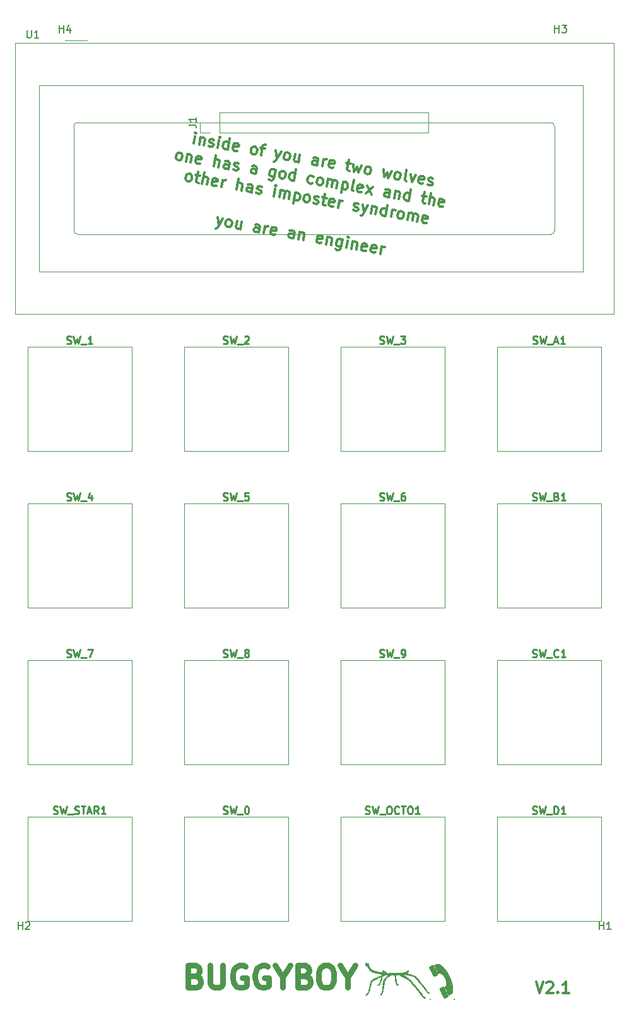
<source format=gto>
G04 #@! TF.GenerationSoftware,KiCad,Pcbnew,5.1.9+dfsg1-1*
G04 #@! TF.CreationDate,2022-06-11T23:02:00-07:00*
G04 #@! TF.ProjectId,keypad,6b657970-6164-42e6-9b69-6361645f7063,rev?*
G04 #@! TF.SameCoordinates,Original*
G04 #@! TF.FileFunction,Legend,Top*
G04 #@! TF.FilePolarity,Positive*
%FSLAX46Y46*%
G04 Gerber Fmt 4.6, Leading zero omitted, Abs format (unit mm)*
G04 Created by KiCad (PCBNEW 5.1.9+dfsg1-1) date 2022-06-11 23:02:00*
%MOMM*%
%LPD*%
G01*
G04 APERTURE LIST*
%ADD10C,0.300000*%
%ADD11C,0.750000*%
%ADD12C,0.120000*%
%ADD13C,0.010000*%
%ADD14C,0.150000*%
%ADD15C,0.250000*%
G04 APERTURE END LIST*
D10*
X131799819Y-46830161D02*
X131973467Y-45845353D01*
X132060291Y-45352949D02*
X131977544Y-45410889D01*
X132035484Y-45493636D01*
X132118231Y-45435696D01*
X132060291Y-45352949D01*
X132035484Y-45493636D01*
X132676901Y-45969387D02*
X132503253Y-46954195D01*
X132652094Y-46110074D02*
X132734841Y-46052134D01*
X132887931Y-46006598D01*
X133098961Y-46043808D01*
X133227245Y-46138958D01*
X133272781Y-46292049D01*
X133136343Y-47065826D01*
X133781837Y-47107114D02*
X133910121Y-47202264D01*
X134191494Y-47251878D01*
X134344585Y-47206341D01*
X134439735Y-47078058D01*
X134452138Y-47007714D01*
X134406602Y-46854624D01*
X134278319Y-46759474D01*
X134067288Y-46722264D01*
X133939005Y-46627113D01*
X133893468Y-46474023D01*
X133905872Y-46403680D01*
X134001022Y-46275396D01*
X134154112Y-46229860D01*
X134365143Y-46267070D01*
X134493426Y-46362220D01*
X135035615Y-47400719D02*
X135209264Y-46415911D01*
X135296088Y-45923507D02*
X135213341Y-45981447D01*
X135271281Y-46064194D01*
X135354028Y-46006254D01*
X135296088Y-45923507D01*
X135271281Y-46064194D01*
X136372140Y-47636384D02*
X136632613Y-46159173D01*
X136384544Y-47566041D02*
X136231453Y-47611578D01*
X135950080Y-47561964D01*
X135821796Y-47466813D01*
X135763856Y-47384067D01*
X135718320Y-47230976D01*
X135792741Y-46808916D01*
X135887891Y-46680633D01*
X135970638Y-46622693D01*
X136123728Y-46577156D01*
X136405102Y-46626770D01*
X136533385Y-46721920D01*
X137650725Y-47789303D02*
X137497635Y-47834839D01*
X137216261Y-47785226D01*
X137087978Y-47690075D01*
X137042441Y-47536985D01*
X137141669Y-46974238D01*
X137236819Y-46845954D01*
X137389909Y-46800418D01*
X137671283Y-46850032D01*
X137799566Y-46945182D01*
X137845103Y-47098272D01*
X137820296Y-47238959D01*
X137092055Y-47255612D01*
X139678281Y-48219346D02*
X139549997Y-48124196D01*
X139492057Y-48041449D01*
X139446521Y-47888359D01*
X139520941Y-47466298D01*
X139616092Y-47338015D01*
X139698838Y-47280075D01*
X139851929Y-47234538D01*
X140062959Y-47271749D01*
X140191242Y-47366899D01*
X140249182Y-47449646D01*
X140294719Y-47602736D01*
X140220298Y-48024797D01*
X140125148Y-48153080D01*
X140042401Y-48211020D01*
X139889311Y-48256556D01*
X139678281Y-48219346D01*
X140766393Y-47395783D02*
X141329140Y-47495011D01*
X140803775Y-48417801D02*
X141027037Y-47151620D01*
X141122187Y-47023336D01*
X141275278Y-46977800D01*
X141415964Y-47002607D01*
X142806352Y-47755483D02*
X142984421Y-48802308D01*
X143509786Y-47879517D02*
X142984421Y-48802308D01*
X142781717Y-49129218D01*
X142698970Y-49187158D01*
X142545880Y-49232695D01*
X144109915Y-49000763D02*
X143981632Y-48905613D01*
X143923692Y-48822866D01*
X143878156Y-48669776D01*
X143952576Y-48247715D01*
X144047727Y-48119432D01*
X144130473Y-48061492D01*
X144283564Y-48015955D01*
X144494594Y-48053166D01*
X144622877Y-48148316D01*
X144680817Y-48231063D01*
X144726354Y-48384153D01*
X144651933Y-48806213D01*
X144556783Y-48934497D01*
X144474036Y-48992437D01*
X144320946Y-49037973D01*
X144109915Y-49000763D01*
X146042149Y-48326041D02*
X145868501Y-49310849D01*
X145409058Y-48214410D02*
X145272620Y-48988188D01*
X145318157Y-49141278D01*
X145446440Y-49236428D01*
X145657470Y-49273639D01*
X145810561Y-49228102D01*
X145893308Y-49170162D01*
X148330520Y-49744969D02*
X148466958Y-48971192D01*
X148421421Y-48818102D01*
X148293138Y-48722951D01*
X148011764Y-48673338D01*
X147858674Y-48718874D01*
X148342924Y-49674626D02*
X148189833Y-49720163D01*
X147838116Y-49658145D01*
X147709833Y-49562995D01*
X147664296Y-49409905D01*
X147689103Y-49269218D01*
X147784253Y-49140935D01*
X147937344Y-49095398D01*
X148289061Y-49157415D01*
X148442151Y-49111879D01*
X149033954Y-49869004D02*
X149207602Y-48884196D01*
X149157989Y-49165570D02*
X149253139Y-49037286D01*
X149335886Y-48979346D01*
X149488976Y-48933810D01*
X149629663Y-48958617D01*
X150523569Y-50059133D02*
X150370479Y-50104669D01*
X150089105Y-50055055D01*
X149960822Y-49959905D01*
X149915285Y-49806815D01*
X150014513Y-49244068D01*
X150109663Y-49115784D01*
X150262754Y-49070248D01*
X150544127Y-49119861D01*
X150672411Y-49215012D01*
X150717947Y-49368102D01*
X150693140Y-49508789D01*
X149964899Y-49525441D01*
X152302712Y-49429948D02*
X152865460Y-49529175D01*
X152600567Y-48974754D02*
X152377305Y-50240935D01*
X152422841Y-50394026D01*
X152551125Y-50489176D01*
X152691812Y-50513983D01*
X153217177Y-49591192D02*
X153324902Y-50625614D01*
X153730310Y-49971793D01*
X153887650Y-50724841D01*
X154342671Y-49789647D01*
X154942801Y-50910893D02*
X154814517Y-50815743D01*
X154756577Y-50732996D01*
X154711041Y-50579906D01*
X154785461Y-50157845D01*
X154880612Y-50029562D01*
X154963359Y-49971622D01*
X155116449Y-49926085D01*
X155327479Y-49963295D01*
X155455763Y-50058446D01*
X155513702Y-50141193D01*
X155559239Y-50294283D01*
X155484818Y-50716343D01*
X155389668Y-50844627D01*
X155306921Y-50902567D01*
X155153831Y-50948103D01*
X154942801Y-50910893D01*
X157226751Y-50298188D02*
X157334477Y-51332610D01*
X157739885Y-50678790D01*
X157897224Y-51431837D01*
X158352246Y-50496643D01*
X158952375Y-51617889D02*
X158824092Y-51522739D01*
X158766152Y-51439992D01*
X158720615Y-51286902D01*
X158795036Y-50864841D01*
X158890186Y-50736558D01*
X158972933Y-50678618D01*
X159126023Y-50633081D01*
X159337054Y-50670292D01*
X159465337Y-50765442D01*
X159523277Y-50848189D01*
X159568813Y-51001279D01*
X159494393Y-51423340D01*
X159399242Y-51551623D01*
X159316496Y-51609563D01*
X159163405Y-51655099D01*
X158952375Y-51617889D01*
X160288900Y-51853554D02*
X160160617Y-51758404D01*
X160115080Y-51605314D01*
X160338342Y-50339132D01*
X160884609Y-50943167D02*
X161062677Y-51989992D01*
X161588043Y-51067202D01*
X162552293Y-52180121D02*
X162399202Y-52225658D01*
X162117829Y-52176044D01*
X161989545Y-52080894D01*
X161944009Y-51927803D01*
X162043236Y-51365056D01*
X162138387Y-51236773D01*
X162291477Y-51191236D01*
X162572850Y-51240850D01*
X162701134Y-51336000D01*
X162746670Y-51489090D01*
X162721863Y-51629777D01*
X161993622Y-51646430D01*
X163185383Y-52291752D02*
X163313667Y-52386902D01*
X163595040Y-52436516D01*
X163748131Y-52390980D01*
X163843281Y-52262696D01*
X163855684Y-52192353D01*
X163810148Y-52039263D01*
X163681864Y-51944112D01*
X163470834Y-51906902D01*
X163342551Y-51811752D01*
X163297014Y-51658661D01*
X163309418Y-51588318D01*
X163404568Y-51460035D01*
X163557658Y-51414498D01*
X163768688Y-51451708D01*
X163896972Y-51546859D01*
X129633602Y-49037536D02*
X129505319Y-48942386D01*
X129447379Y-48859639D01*
X129401842Y-48706549D01*
X129476263Y-48284489D01*
X129571413Y-48156205D01*
X129654160Y-48098265D01*
X129807250Y-48052729D01*
X130018280Y-48089939D01*
X130146564Y-48185089D01*
X130204504Y-48267836D01*
X130250040Y-48420926D01*
X130175620Y-48842987D01*
X130080469Y-48971270D01*
X129997722Y-49029210D01*
X129844632Y-49074747D01*
X129633602Y-49037536D01*
X130932745Y-48251184D02*
X130759097Y-49235991D01*
X130907938Y-48391871D02*
X130990685Y-48333931D01*
X131143775Y-48288394D01*
X131354805Y-48325604D01*
X131483089Y-48420755D01*
X131528625Y-48573845D01*
X131392187Y-49347622D01*
X132670772Y-49500541D02*
X132517682Y-49546078D01*
X132236308Y-49496464D01*
X132108025Y-49401313D01*
X132062488Y-49248223D01*
X132161716Y-48685476D01*
X132256866Y-48557193D01*
X132409956Y-48511656D01*
X132691330Y-48561270D01*
X132819613Y-48656420D01*
X132865150Y-48809510D01*
X132840343Y-48950197D01*
X132112102Y-48966850D01*
X134487297Y-49893374D02*
X134747770Y-48416162D01*
X135120388Y-50005005D02*
X135256826Y-49231227D01*
X135211289Y-49078137D01*
X135083006Y-48982987D01*
X134871976Y-48945776D01*
X134718885Y-48991313D01*
X134636139Y-49049253D01*
X136456913Y-50240670D02*
X136593351Y-49466893D01*
X136547814Y-49313802D01*
X136419531Y-49218652D01*
X136138157Y-49169038D01*
X135985067Y-49214575D01*
X136469316Y-50170327D02*
X136316226Y-50215863D01*
X135964509Y-50153846D01*
X135836226Y-50058696D01*
X135790689Y-49905606D01*
X135815496Y-49764919D01*
X135910646Y-49636635D01*
X136063736Y-49591099D01*
X136415454Y-49653116D01*
X136568544Y-49607580D01*
X137102407Y-50281958D02*
X137230690Y-50377108D01*
X137512064Y-50426722D01*
X137665154Y-50381185D01*
X137760305Y-50252902D01*
X137772708Y-50182559D01*
X137727171Y-50029468D01*
X137598888Y-49934318D01*
X137387858Y-49897108D01*
X137259574Y-49801957D01*
X137214038Y-49648867D01*
X137226441Y-49578524D01*
X137321592Y-49450240D01*
X137474682Y-49404704D01*
X137685712Y-49441914D01*
X137813996Y-49537064D01*
X140114770Y-50885649D02*
X140251208Y-50111872D01*
X140205672Y-49958781D01*
X140077388Y-49863631D01*
X139796014Y-49814017D01*
X139642924Y-49859554D01*
X140127174Y-50815306D02*
X139974083Y-50860842D01*
X139622366Y-50798825D01*
X139494083Y-50703675D01*
X139448546Y-50550585D01*
X139473353Y-50409898D01*
X139568504Y-50281614D01*
X139721594Y-50236078D01*
X140073311Y-50298095D01*
X140226401Y-50252558D01*
X142750438Y-50334962D02*
X142539579Y-51530800D01*
X142444429Y-51659083D01*
X142361682Y-51717023D01*
X142208592Y-51762560D01*
X141997562Y-51725349D01*
X141869278Y-51630199D01*
X142589193Y-51249426D02*
X142436103Y-51294963D01*
X142154729Y-51245349D01*
X142026446Y-51150199D01*
X141968506Y-51067452D01*
X141922969Y-50914362D01*
X141997390Y-50492301D01*
X142092540Y-50364018D01*
X142175287Y-50306078D01*
X142328377Y-50260541D01*
X142609751Y-50310155D01*
X142738034Y-50405305D01*
X143491254Y-51481014D02*
X143362971Y-51385864D01*
X143305031Y-51303117D01*
X143259494Y-51150027D01*
X143333915Y-50727966D01*
X143429065Y-50599683D01*
X143511812Y-50541743D01*
X143664902Y-50496207D01*
X143875932Y-50533417D01*
X144004216Y-50628567D01*
X144062156Y-50711314D01*
X144107692Y-50864404D01*
X144033272Y-51286465D01*
X143938121Y-51414748D01*
X143855374Y-51472688D01*
X143702284Y-51518225D01*
X143491254Y-51481014D01*
X145249839Y-51791100D02*
X145510311Y-50313889D01*
X145262243Y-51720757D02*
X145109152Y-51766294D01*
X144827779Y-51716680D01*
X144699495Y-51621529D01*
X144641555Y-51538783D01*
X144596019Y-51385692D01*
X144670439Y-50963632D01*
X144765590Y-50835348D01*
X144848337Y-50777409D01*
X145001427Y-50731872D01*
X145282801Y-50781486D01*
X145411084Y-50876636D01*
X147724262Y-52154877D02*
X147571172Y-52200414D01*
X147289798Y-52150800D01*
X147161515Y-52055650D01*
X147103575Y-51972903D01*
X147058038Y-51819813D01*
X147132459Y-51397752D01*
X147227609Y-51269469D01*
X147310356Y-51211529D01*
X147463446Y-51165992D01*
X147744820Y-51215606D01*
X147873103Y-51310756D01*
X148555979Y-52374062D02*
X148427696Y-52278912D01*
X148369756Y-52196165D01*
X148324220Y-52043075D01*
X148398640Y-51621014D01*
X148493791Y-51492731D01*
X148576537Y-51434791D01*
X148729628Y-51389254D01*
X148940658Y-51426465D01*
X149068941Y-51521615D01*
X149126881Y-51604362D01*
X149172418Y-51757452D01*
X149097997Y-52179513D01*
X149002847Y-52307796D01*
X148920100Y-52365736D01*
X148767010Y-52411272D01*
X148555979Y-52374062D01*
X149681474Y-52572517D02*
X149855122Y-51587709D01*
X149830315Y-51728396D02*
X149913062Y-51670456D01*
X150066152Y-51624920D01*
X150277183Y-51662130D01*
X150405466Y-51757280D01*
X150451003Y-51910371D01*
X150314565Y-52684148D01*
X150451003Y-51910371D02*
X150546153Y-51782087D01*
X150699243Y-51736551D01*
X150910273Y-51773761D01*
X151038557Y-51868911D01*
X151084093Y-52022002D01*
X150947655Y-52795779D01*
X151824738Y-51935006D02*
X151564265Y-53412217D01*
X151812334Y-52005349D02*
X151965425Y-51959813D01*
X152246798Y-52009426D01*
X152375082Y-52104577D01*
X152433022Y-52187324D01*
X152478558Y-52340414D01*
X152404137Y-52762474D01*
X152308987Y-52890758D01*
X152226240Y-52948698D01*
X152073150Y-52994234D01*
X151791776Y-52944620D01*
X151663493Y-52849470D01*
X153198645Y-53192689D02*
X153070361Y-53097539D01*
X153024825Y-52944449D01*
X153248087Y-51678267D01*
X154336543Y-53320801D02*
X154183452Y-53366337D01*
X153902079Y-53316724D01*
X153773795Y-53221573D01*
X153728259Y-53068483D01*
X153827486Y-52505736D01*
X153922637Y-52377452D01*
X154075727Y-52331916D01*
X154357101Y-52381530D01*
X154485384Y-52476680D01*
X154530920Y-52629770D01*
X154506114Y-52770457D01*
X153777873Y-52787109D01*
X154886886Y-53490372D02*
X155834312Y-52642002D01*
X155060535Y-52505564D02*
X155660664Y-53626810D01*
X157981997Y-54036123D02*
X158118434Y-53262346D01*
X158072898Y-53109255D01*
X157944615Y-53014105D01*
X157663241Y-52964491D01*
X157510151Y-53010028D01*
X157994400Y-53965780D02*
X157841310Y-54011316D01*
X157489593Y-53949299D01*
X157361309Y-53854149D01*
X157315773Y-53701059D01*
X157340580Y-53560372D01*
X157435730Y-53432088D01*
X157588820Y-53386552D01*
X157940537Y-53448569D01*
X158093628Y-53403033D01*
X158859079Y-53175350D02*
X158685431Y-54160158D01*
X158834272Y-53316037D02*
X158917019Y-53258097D01*
X159070109Y-53212560D01*
X159281139Y-53249771D01*
X159409423Y-53344921D01*
X159454959Y-53498011D01*
X159318521Y-54271789D01*
X160655046Y-54507454D02*
X160915518Y-53030242D01*
X160667450Y-54437111D02*
X160514359Y-54482647D01*
X160232986Y-54433033D01*
X160104702Y-54337883D01*
X160046762Y-54255136D01*
X160001226Y-54102046D01*
X160075646Y-53679986D01*
X160170797Y-53551702D01*
X160253544Y-53493762D01*
X160406634Y-53448226D01*
X160688008Y-53497839D01*
X160816291Y-53592990D01*
X162446593Y-53807925D02*
X163009340Y-53907153D01*
X162744447Y-53352732D02*
X162521185Y-54618913D01*
X162566722Y-54772004D01*
X162695005Y-54867154D01*
X162835692Y-54891961D01*
X163328096Y-54978785D02*
X163588568Y-53501573D01*
X163961186Y-55090416D02*
X164097624Y-54316638D01*
X164052088Y-54163548D01*
X163923804Y-54068398D01*
X163712774Y-54031187D01*
X163559684Y-54076724D01*
X163476937Y-54134664D01*
X165239771Y-55243334D02*
X165086681Y-55288871D01*
X164805307Y-55239257D01*
X164677024Y-55144107D01*
X164631488Y-54991017D01*
X164730715Y-54428269D01*
X164825865Y-54299986D01*
X164978956Y-54254449D01*
X165260329Y-54304063D01*
X165388613Y-54399213D01*
X165434149Y-54552304D01*
X165409342Y-54692990D01*
X164681101Y-54709643D01*
X130949384Y-51858882D02*
X130821101Y-51763732D01*
X130763161Y-51680985D01*
X130717624Y-51527895D01*
X130792045Y-51105835D01*
X130887195Y-50977551D01*
X130969942Y-50919611D01*
X131123032Y-50874075D01*
X131334063Y-50911285D01*
X131462346Y-51006435D01*
X131520286Y-51089182D01*
X131565823Y-51242272D01*
X131491402Y-51664333D01*
X131396252Y-51792616D01*
X131313505Y-51850556D01*
X131160414Y-51896093D01*
X130949384Y-51858882D01*
X132037497Y-51035319D02*
X132600244Y-51134547D01*
X132335351Y-50580126D02*
X132112089Y-51846307D01*
X132157626Y-51999398D01*
X132285909Y-52094548D01*
X132426596Y-52119355D01*
X132919000Y-52206179D02*
X133179472Y-50728967D01*
X133552090Y-52317810D02*
X133688528Y-51544032D01*
X133642992Y-51390942D01*
X133514708Y-51295792D01*
X133303678Y-51258581D01*
X133150588Y-51304118D01*
X133067841Y-51362058D01*
X134830675Y-52470728D02*
X134677585Y-52516265D01*
X134396211Y-52466651D01*
X134267928Y-52371501D01*
X134222391Y-52218411D01*
X134321619Y-51655663D01*
X134416769Y-51527380D01*
X134569860Y-51481843D01*
X134851233Y-51531457D01*
X134979517Y-51626607D01*
X135025053Y-51779698D01*
X135000246Y-51920384D01*
X134272005Y-51937037D01*
X135521706Y-52665106D02*
X135695354Y-51680298D01*
X135645740Y-51961672D02*
X135740891Y-51833389D01*
X135823638Y-51775449D01*
X135976728Y-51729912D01*
X136117415Y-51754719D01*
X137561665Y-53024806D02*
X137822137Y-51547594D01*
X138194756Y-53136437D02*
X138331193Y-52362659D01*
X138285657Y-52209569D01*
X138157374Y-52114419D01*
X137946343Y-52077209D01*
X137793253Y-52122745D01*
X137710506Y-52180685D01*
X139531280Y-53372102D02*
X139667718Y-52598325D01*
X139622182Y-52445235D01*
X139493898Y-52350084D01*
X139212525Y-52300470D01*
X139059434Y-52346007D01*
X139543684Y-53301759D02*
X139390594Y-53347295D01*
X139038876Y-53285278D01*
X138910593Y-53190128D01*
X138865057Y-53037038D01*
X138889863Y-52896351D01*
X138985014Y-52768067D01*
X139138104Y-52722531D01*
X139489821Y-52784548D01*
X139642911Y-52739012D01*
X140176775Y-53413390D02*
X140305058Y-53508540D01*
X140586432Y-53558154D01*
X140739522Y-53512617D01*
X140834672Y-53384334D01*
X140847076Y-53313991D01*
X140801539Y-53160900D01*
X140673256Y-53065750D01*
X140462225Y-53028540D01*
X140333942Y-52933389D01*
X140288405Y-52780299D01*
X140300809Y-52709956D01*
X140395959Y-52581672D01*
X140549049Y-52536136D01*
X140760080Y-52573346D01*
X140888363Y-52668496D01*
X142556047Y-53905450D02*
X142729695Y-52920643D01*
X142816519Y-52428239D02*
X142733772Y-52486179D01*
X142791712Y-52568925D01*
X142874459Y-52510985D01*
X142816519Y-52428239D01*
X142791712Y-52568925D01*
X143259481Y-54029485D02*
X143433129Y-53044677D01*
X143408322Y-53185364D02*
X143491069Y-53127424D01*
X143644160Y-53081887D01*
X143855190Y-53119098D01*
X143983473Y-53214248D01*
X144029010Y-53367338D01*
X143892572Y-54141116D01*
X144029010Y-53367338D02*
X144124160Y-53239055D01*
X144277250Y-53193518D01*
X144488280Y-53230729D01*
X144616564Y-53325879D01*
X144662100Y-53478969D01*
X144525663Y-54252747D01*
X145402745Y-53391973D02*
X145142273Y-54869185D01*
X145390341Y-53462317D02*
X145543432Y-53416780D01*
X145824805Y-53466394D01*
X145953089Y-53561544D01*
X146011029Y-53644291D01*
X146056565Y-53797381D01*
X145982145Y-54219442D01*
X145886994Y-54347725D01*
X145804247Y-54405665D01*
X145651157Y-54451202D01*
X145369783Y-54401588D01*
X145241500Y-54306438D01*
X146776652Y-54649657D02*
X146648368Y-54554506D01*
X146590428Y-54471760D01*
X146544892Y-54318669D01*
X146619312Y-53896609D01*
X146714463Y-53768325D01*
X146797210Y-53710386D01*
X146950300Y-53664849D01*
X147161330Y-53702059D01*
X147289613Y-53797210D01*
X147347553Y-53879956D01*
X147393090Y-54033047D01*
X147318669Y-54455107D01*
X147223519Y-54583391D01*
X147140772Y-54641331D01*
X146987682Y-54686867D01*
X146776652Y-54649657D01*
X147844206Y-54765365D02*
X147972490Y-54860515D01*
X148253863Y-54910129D01*
X148406954Y-54864592D01*
X148502104Y-54736309D01*
X148514507Y-54665966D01*
X148468971Y-54512875D01*
X148340687Y-54417725D01*
X148129657Y-54380515D01*
X148001374Y-54285365D01*
X147955837Y-54132274D01*
X147968241Y-54061931D01*
X148063391Y-53933647D01*
X148216481Y-53888111D01*
X148427511Y-53925321D01*
X148555795Y-54020472D01*
X149060602Y-54036952D02*
X149623349Y-54136180D01*
X149358457Y-53581759D02*
X149135195Y-54847940D01*
X149180731Y-55001030D01*
X149309014Y-55096181D01*
X149449701Y-55120988D01*
X150517256Y-55236696D02*
X150364166Y-55282232D01*
X150082792Y-55232618D01*
X149954509Y-55137468D01*
X149908972Y-54984378D01*
X150008200Y-54421631D01*
X150103350Y-54293347D01*
X150256440Y-54247811D01*
X150537814Y-54297424D01*
X150666097Y-54392575D01*
X150711634Y-54545665D01*
X150686827Y-54686352D01*
X149958586Y-54703004D01*
X151208287Y-55431074D02*
X151381935Y-54446266D01*
X151332321Y-54727639D02*
X151427471Y-54599356D01*
X151510218Y-54541416D01*
X151663308Y-54495880D01*
X151803995Y-54520686D01*
X153190306Y-55708026D02*
X153318589Y-55803177D01*
X153599963Y-55852791D01*
X153753053Y-55807254D01*
X153848203Y-55678971D01*
X153860607Y-55608627D01*
X153815070Y-55455537D01*
X153686787Y-55360387D01*
X153475756Y-55323176D01*
X153347473Y-55228026D01*
X153301936Y-55074936D01*
X153314340Y-55004592D01*
X153409490Y-54876309D01*
X153562580Y-54830772D01*
X153773611Y-54867983D01*
X153901894Y-54963133D01*
X154477045Y-54992017D02*
X154655114Y-56038842D01*
X155180479Y-55116052D02*
X154655114Y-56038842D01*
X154452410Y-56365752D01*
X154369663Y-56423692D01*
X154216573Y-56469229D01*
X155743226Y-55215279D02*
X155569578Y-56200087D01*
X155718419Y-55355966D02*
X155801166Y-55298026D01*
X155954256Y-55252489D01*
X156165287Y-55289700D01*
X156293570Y-55384850D01*
X156339107Y-55537940D01*
X156202669Y-56311718D01*
X157539194Y-56547383D02*
X157799666Y-55070172D01*
X157551597Y-56477040D02*
X157398507Y-56522576D01*
X157117133Y-56472963D01*
X156988850Y-56377812D01*
X156930910Y-56295065D01*
X156885373Y-56141975D01*
X156959794Y-55719915D01*
X157054944Y-55591631D01*
X157137691Y-55533691D01*
X157290781Y-55488155D01*
X157572155Y-55537769D01*
X157700438Y-55632919D01*
X158242628Y-56671418D02*
X158416276Y-55686610D01*
X158366662Y-55967984D02*
X158461812Y-55839700D01*
X158544559Y-55781760D01*
X158697649Y-55736224D01*
X158838336Y-55761031D01*
X159368122Y-56869873D02*
X159239839Y-56774722D01*
X159181899Y-56691976D01*
X159136362Y-56538885D01*
X159210783Y-56116825D01*
X159305933Y-55988541D01*
X159388680Y-55930602D01*
X159541770Y-55885065D01*
X159752801Y-55922275D01*
X159881084Y-56017426D01*
X159939024Y-56100172D01*
X159984561Y-56253263D01*
X159910140Y-56675323D01*
X159814990Y-56803607D01*
X159732243Y-56861547D01*
X159579152Y-56907083D01*
X159368122Y-56869873D01*
X160493617Y-57068328D02*
X160667265Y-56083520D01*
X160642458Y-56224207D02*
X160725205Y-56166267D01*
X160878295Y-56120730D01*
X161089325Y-56157941D01*
X161217609Y-56253091D01*
X161263145Y-56406181D01*
X161126708Y-57179959D01*
X161263145Y-56406181D02*
X161358296Y-56277898D01*
X161511386Y-56232361D01*
X161722416Y-56269572D01*
X161850700Y-56364722D01*
X161896236Y-56517812D01*
X161759798Y-57291590D01*
X163038383Y-57444508D02*
X162885293Y-57490045D01*
X162603919Y-57440431D01*
X162475636Y-57345281D01*
X162430099Y-57192190D01*
X162529327Y-56629443D01*
X162624477Y-56501160D01*
X162777567Y-56455623D01*
X163058941Y-56505237D01*
X163187224Y-56600387D01*
X163232761Y-56753478D01*
X163207954Y-56894164D01*
X162479713Y-56910817D01*
X134985607Y-56733827D02*
X135163676Y-57780652D01*
X135689041Y-56857861D02*
X135163676Y-57780652D01*
X134960971Y-58107562D01*
X134878225Y-58165502D01*
X134725134Y-58211039D01*
X136289170Y-57979107D02*
X136160887Y-57883957D01*
X136102947Y-57801210D01*
X136057410Y-57648120D01*
X136131831Y-57226059D01*
X136226981Y-57097776D01*
X136309728Y-57039836D01*
X136462818Y-56994299D01*
X136673849Y-57031510D01*
X136802132Y-57126660D01*
X136860072Y-57209407D01*
X136905608Y-57362497D01*
X136831188Y-57784557D01*
X136736037Y-57912841D01*
X136653291Y-57970781D01*
X136500200Y-58016317D01*
X136289170Y-57979107D01*
X138221404Y-57304385D02*
X138047755Y-58289193D01*
X137588313Y-57192754D02*
X137451875Y-57966532D01*
X137497412Y-58119622D01*
X137625695Y-58214772D01*
X137836725Y-58251983D01*
X137989815Y-58206446D01*
X138072562Y-58148506D01*
X140509775Y-58723313D02*
X140646213Y-57949536D01*
X140600676Y-57796446D01*
X140472393Y-57701295D01*
X140191019Y-57651682D01*
X140037929Y-57697218D01*
X140522178Y-58652970D02*
X140369088Y-58698507D01*
X140017371Y-58636489D01*
X139889087Y-58541339D01*
X139843551Y-58388249D01*
X139868358Y-58247562D01*
X139963508Y-58119279D01*
X140116598Y-58073742D01*
X140468315Y-58135759D01*
X140621406Y-58090223D01*
X141213209Y-58847348D02*
X141386857Y-57862540D01*
X141337243Y-58143914D02*
X141432394Y-58015630D01*
X141515140Y-57957690D01*
X141668231Y-57912154D01*
X141808918Y-57936961D01*
X142702824Y-59037477D02*
X142549734Y-59083013D01*
X142268360Y-59033400D01*
X142140077Y-58938249D01*
X142094540Y-58785159D01*
X142193768Y-58222412D01*
X142288918Y-58094128D01*
X142442008Y-58048592D01*
X142723382Y-58098206D01*
X142851665Y-58193356D01*
X142897202Y-58346446D01*
X142872395Y-58487133D01*
X142144154Y-58503785D01*
X145152440Y-59541941D02*
X145288878Y-58768163D01*
X145243341Y-58615073D01*
X145115058Y-58519923D01*
X144833684Y-58470309D01*
X144680594Y-58515845D01*
X145164843Y-59471597D02*
X145011753Y-59517134D01*
X144660036Y-59455117D01*
X144531753Y-59359966D01*
X144486216Y-59206876D01*
X144511023Y-59066189D01*
X144606173Y-58937906D01*
X144759264Y-58892369D01*
X145110981Y-58954386D01*
X145264071Y-58908850D01*
X146029522Y-58681167D02*
X145855874Y-59665975D01*
X146004715Y-58821854D02*
X146087462Y-58763914D01*
X146240552Y-58718378D01*
X146451583Y-58755588D01*
X146579866Y-58850738D01*
X146625403Y-59003828D01*
X146488965Y-59777606D01*
X148893044Y-60128980D02*
X148739954Y-60174516D01*
X148458580Y-60124902D01*
X148330297Y-60029752D01*
X148284760Y-59876662D01*
X148383988Y-59313915D01*
X148479138Y-59185631D01*
X148632228Y-59140095D01*
X148913602Y-59189708D01*
X149041885Y-59284859D01*
X149087422Y-59437949D01*
X149062615Y-59578636D01*
X148334374Y-59595288D01*
X149757723Y-59338550D02*
X149584075Y-60323357D01*
X149732916Y-59479236D02*
X149815663Y-59421297D01*
X149968753Y-59375760D01*
X150179783Y-59412970D01*
X150308067Y-59508121D01*
X150353603Y-59661211D01*
X150217165Y-60434988D01*
X151727338Y-59685846D02*
X151516480Y-60881684D01*
X151421330Y-61009967D01*
X151338583Y-61067907D01*
X151185493Y-61113444D01*
X150974462Y-61076234D01*
X150846179Y-60981083D01*
X151566094Y-60600310D02*
X151413003Y-60645847D01*
X151131630Y-60596233D01*
X151003346Y-60501083D01*
X150945406Y-60418336D01*
X150899870Y-60265246D01*
X150974291Y-59843185D01*
X151069441Y-59714902D01*
X151152188Y-59656962D01*
X151305278Y-59611425D01*
X151586652Y-59661039D01*
X151714935Y-59756189D01*
X152257124Y-60794688D02*
X152430773Y-59809880D01*
X152517597Y-59317477D02*
X152434850Y-59375417D01*
X152492790Y-59458163D01*
X152575537Y-59400223D01*
X152517597Y-59317477D01*
X152492790Y-59458163D01*
X153134207Y-59933915D02*
X152960558Y-60918723D01*
X153109400Y-60074602D02*
X153192147Y-60016662D01*
X153345237Y-59971125D01*
X153556267Y-60008335D01*
X153684551Y-60103486D01*
X153730087Y-60256576D01*
X153593649Y-61030354D01*
X154872234Y-61183272D02*
X154719144Y-61228809D01*
X154437770Y-61179195D01*
X154309487Y-61084045D01*
X154263950Y-60930954D01*
X154363178Y-60368207D01*
X154458328Y-60239924D01*
X154611418Y-60194387D01*
X154892792Y-60244001D01*
X155021075Y-60339151D01*
X155066612Y-60492241D01*
X155041805Y-60632928D01*
X154313564Y-60649581D01*
X156138415Y-61406534D02*
X155985325Y-61452071D01*
X155703952Y-61402457D01*
X155575668Y-61307307D01*
X155530132Y-61154216D01*
X155629359Y-60591469D01*
X155724509Y-60463186D01*
X155877600Y-60417649D01*
X156158973Y-60467263D01*
X156287257Y-60562413D01*
X156332793Y-60715503D01*
X156307986Y-60856190D01*
X155579745Y-60872843D01*
X156829446Y-61600912D02*
X157003094Y-60616104D01*
X156953481Y-60897478D02*
X157048631Y-60769194D01*
X157131378Y-60711254D01*
X157284468Y-60665718D01*
X157425155Y-60690525D01*
X177714285Y-159178571D02*
X178214285Y-160678571D01*
X178714285Y-159178571D01*
X179142857Y-159321428D02*
X179214285Y-159250000D01*
X179357142Y-159178571D01*
X179714285Y-159178571D01*
X179857142Y-159250000D01*
X179928571Y-159321428D01*
X180000000Y-159464285D01*
X180000000Y-159607142D01*
X179928571Y-159821428D01*
X179071428Y-160678571D01*
X180000000Y-160678571D01*
X180642857Y-160535714D02*
X180714285Y-160607142D01*
X180642857Y-160678571D01*
X180571428Y-160607142D01*
X180642857Y-160535714D01*
X180642857Y-160678571D01*
X182142857Y-160678571D02*
X181285714Y-160678571D01*
X181714285Y-160678571D02*
X181714285Y-159178571D01*
X181571428Y-159392857D01*
X181428571Y-159535714D01*
X181285714Y-159607142D01*
D11*
X132000000Y-158385714D02*
X132428571Y-158528571D01*
X132571428Y-158671428D01*
X132714285Y-158957142D01*
X132714285Y-159385714D01*
X132571428Y-159671428D01*
X132428571Y-159814285D01*
X132142857Y-159957142D01*
X131000000Y-159957142D01*
X131000000Y-156957142D01*
X132000000Y-156957142D01*
X132285714Y-157100000D01*
X132428571Y-157242857D01*
X132571428Y-157528571D01*
X132571428Y-157814285D01*
X132428571Y-158100000D01*
X132285714Y-158242857D01*
X132000000Y-158385714D01*
X131000000Y-158385714D01*
X134000000Y-156957142D02*
X134000000Y-159385714D01*
X134142857Y-159671428D01*
X134285714Y-159814285D01*
X134571428Y-159957142D01*
X135142857Y-159957142D01*
X135428571Y-159814285D01*
X135571428Y-159671428D01*
X135714285Y-159385714D01*
X135714285Y-156957142D01*
X138714285Y-157100000D02*
X138428571Y-156957142D01*
X138000000Y-156957142D01*
X137571428Y-157100000D01*
X137285714Y-157385714D01*
X137142857Y-157671428D01*
X137000000Y-158242857D01*
X137000000Y-158671428D01*
X137142857Y-159242857D01*
X137285714Y-159528571D01*
X137571428Y-159814285D01*
X138000000Y-159957142D01*
X138285714Y-159957142D01*
X138714285Y-159814285D01*
X138857142Y-159671428D01*
X138857142Y-158671428D01*
X138285714Y-158671428D01*
X141714285Y-157100000D02*
X141428571Y-156957142D01*
X141000000Y-156957142D01*
X140571428Y-157100000D01*
X140285714Y-157385714D01*
X140142857Y-157671428D01*
X140000000Y-158242857D01*
X140000000Y-158671428D01*
X140142857Y-159242857D01*
X140285714Y-159528571D01*
X140571428Y-159814285D01*
X141000000Y-159957142D01*
X141285714Y-159957142D01*
X141714285Y-159814285D01*
X141857142Y-159671428D01*
X141857142Y-158671428D01*
X141285714Y-158671428D01*
X143714285Y-158528571D02*
X143714285Y-159957142D01*
X142714285Y-156957142D02*
X143714285Y-158528571D01*
X144714285Y-156957142D01*
X146714285Y-158385714D02*
X147142857Y-158528571D01*
X147285714Y-158671428D01*
X147428571Y-158957142D01*
X147428571Y-159385714D01*
X147285714Y-159671428D01*
X147142857Y-159814285D01*
X146857142Y-159957142D01*
X145714285Y-159957142D01*
X145714285Y-156957142D01*
X146714285Y-156957142D01*
X147000000Y-157100000D01*
X147142857Y-157242857D01*
X147285714Y-157528571D01*
X147285714Y-157814285D01*
X147142857Y-158100000D01*
X147000000Y-158242857D01*
X146714285Y-158385714D01*
X145714285Y-158385714D01*
X149285714Y-156957142D02*
X149857142Y-156957142D01*
X150142857Y-157100000D01*
X150428571Y-157385714D01*
X150571428Y-157957142D01*
X150571428Y-158957142D01*
X150428571Y-159528571D01*
X150142857Y-159814285D01*
X149857142Y-159957142D01*
X149285714Y-159957142D01*
X149000000Y-159814285D01*
X148714285Y-159528571D01*
X148571428Y-158957142D01*
X148571428Y-157957142D01*
X148714285Y-157385714D01*
X149000000Y-157100000D01*
X149285714Y-156957142D01*
X152428571Y-158528571D02*
X152428571Y-159957142D01*
X151428571Y-156957142D02*
X152428571Y-158528571D01*
X153428571Y-156957142D01*
D12*
G04 #@! TO.C,J1*
X163270000Y-45330000D02*
X163270000Y-42670000D01*
X135270000Y-45330000D02*
X163270000Y-45330000D01*
X135270000Y-42670000D02*
X163270000Y-42670000D01*
X135270000Y-45330000D02*
X135270000Y-42670000D01*
X134000000Y-45330000D02*
X132670000Y-45330000D01*
X132670000Y-45330000D02*
X132670000Y-44000000D01*
D13*
G04 #@! TO.C,G\u002A\u002A\u002A*
G36*
X166750194Y-161454603D02*
G01*
X166751724Y-161496207D01*
X166710120Y-161494676D01*
X166668517Y-161493146D01*
X166705261Y-161489817D01*
X166728479Y-161486754D01*
X166739601Y-161479611D01*
X166744000Y-161463015D01*
X166745334Y-161449744D01*
X166748663Y-161413000D01*
X166750194Y-161454603D01*
G37*
X166750194Y-161454603D02*
X166751724Y-161496207D01*
X166710120Y-161494676D01*
X166668517Y-161493146D01*
X166705261Y-161489817D01*
X166728479Y-161486754D01*
X166739601Y-161479611D01*
X166744000Y-161463015D01*
X166745334Y-161449744D01*
X166748663Y-161413000D01*
X166750194Y-161454603D01*
G36*
X165284918Y-159868431D02*
G01*
X165301607Y-159875589D01*
X165319303Y-159885015D01*
X165333197Y-159895720D01*
X165345774Y-159911001D01*
X165359520Y-159934158D01*
X165376922Y-159968489D01*
X165386526Y-159988296D01*
X165431912Y-160082551D01*
X165476761Y-160175883D01*
X165520049Y-160266151D01*
X165560753Y-160351214D01*
X165597848Y-160428928D01*
X165630310Y-160497151D01*
X165657117Y-160553743D01*
X165676079Y-160594069D01*
X165692975Y-160629608D01*
X165708581Y-160661381D01*
X165720426Y-160684397D01*
X165723781Y-160690414D01*
X165736376Y-160713841D01*
X165749500Y-160741090D01*
X165750342Y-160742965D01*
X165759305Y-160762512D01*
X165773899Y-160793713D01*
X165792176Y-160832430D01*
X165812189Y-160874523D01*
X165814195Y-160878724D01*
X165840770Y-160935319D01*
X165860038Y-160979030D01*
X165872864Y-161012466D01*
X165880113Y-161038238D01*
X165882651Y-161058955D01*
X165881341Y-161077227D01*
X165880878Y-161079855D01*
X165875006Y-161101495D01*
X165864809Y-161120599D01*
X165848216Y-161138804D01*
X165823157Y-161157747D01*
X165787562Y-161179065D01*
X165739361Y-161204395D01*
X165696561Y-161225610D01*
X165650780Y-161247798D01*
X165610398Y-161267033D01*
X165578056Y-161282086D01*
X165556391Y-161291726D01*
X165548187Y-161294758D01*
X165536955Y-161299396D01*
X165519072Y-161310633D01*
X165518010Y-161311384D01*
X165494279Y-161322006D01*
X165460182Y-161330094D01*
X165422813Y-161334558D01*
X165389264Y-161334304D01*
X165379109Y-161332768D01*
X165368083Y-161328907D01*
X165356691Y-161321185D01*
X165344217Y-161308348D01*
X165329947Y-161289141D01*
X165313165Y-161262308D01*
X165293157Y-161226595D01*
X165269207Y-161180747D01*
X165240600Y-161123509D01*
X165206622Y-161053625D01*
X165166556Y-160969842D01*
X165137879Y-160909379D01*
X165119139Y-160869928D01*
X165095530Y-160820446D01*
X165069799Y-160766678D01*
X165044692Y-160714370D01*
X165039487Y-160703552D01*
X165012831Y-160648159D01*
X164982939Y-160586029D01*
X164953328Y-160524476D01*
X164927515Y-160470808D01*
X164925717Y-160467069D01*
X164901237Y-160416188D01*
X164874867Y-160361412D01*
X164849747Y-160309263D01*
X164829018Y-160266265D01*
X164828707Y-160265620D01*
X164805284Y-160213262D01*
X164791615Y-160171754D01*
X164787313Y-160137661D01*
X164791996Y-160107546D01*
X164805278Y-160077975D01*
X164807312Y-160074500D01*
X164818792Y-160058303D01*
X164834068Y-160044047D01*
X164856512Y-160029431D01*
X164889498Y-160012152D01*
X164920214Y-159997452D01*
X164958401Y-159979446D01*
X164991817Y-159963513D01*
X165016634Y-159951489D01*
X165028465Y-159945521D01*
X165052948Y-159932349D01*
X165073824Y-159921697D01*
X165097474Y-159910435D01*
X165130278Y-159895429D01*
X165133273Y-159894071D01*
X165182608Y-159873706D01*
X165221632Y-159862941D01*
X165254388Y-159861330D01*
X165284918Y-159868431D01*
G37*
X165284918Y-159868431D02*
X165301607Y-159875589D01*
X165319303Y-159885015D01*
X165333197Y-159895720D01*
X165345774Y-159911001D01*
X165359520Y-159934158D01*
X165376922Y-159968489D01*
X165386526Y-159988296D01*
X165431912Y-160082551D01*
X165476761Y-160175883D01*
X165520049Y-160266151D01*
X165560753Y-160351214D01*
X165597848Y-160428928D01*
X165630310Y-160497151D01*
X165657117Y-160553743D01*
X165676079Y-160594069D01*
X165692975Y-160629608D01*
X165708581Y-160661381D01*
X165720426Y-160684397D01*
X165723781Y-160690414D01*
X165736376Y-160713841D01*
X165749500Y-160741090D01*
X165750342Y-160742965D01*
X165759305Y-160762512D01*
X165773899Y-160793713D01*
X165792176Y-160832430D01*
X165812189Y-160874523D01*
X165814195Y-160878724D01*
X165840770Y-160935319D01*
X165860038Y-160979030D01*
X165872864Y-161012466D01*
X165880113Y-161038238D01*
X165882651Y-161058955D01*
X165881341Y-161077227D01*
X165880878Y-161079855D01*
X165875006Y-161101495D01*
X165864809Y-161120599D01*
X165848216Y-161138804D01*
X165823157Y-161157747D01*
X165787562Y-161179065D01*
X165739361Y-161204395D01*
X165696561Y-161225610D01*
X165650780Y-161247798D01*
X165610398Y-161267033D01*
X165578056Y-161282086D01*
X165556391Y-161291726D01*
X165548187Y-161294758D01*
X165536955Y-161299396D01*
X165519072Y-161310633D01*
X165518010Y-161311384D01*
X165494279Y-161322006D01*
X165460182Y-161330094D01*
X165422813Y-161334558D01*
X165389264Y-161334304D01*
X165379109Y-161332768D01*
X165368083Y-161328907D01*
X165356691Y-161321185D01*
X165344217Y-161308348D01*
X165329947Y-161289141D01*
X165313165Y-161262308D01*
X165293157Y-161226595D01*
X165269207Y-161180747D01*
X165240600Y-161123509D01*
X165206622Y-161053625D01*
X165166556Y-160969842D01*
X165137879Y-160909379D01*
X165119139Y-160869928D01*
X165095530Y-160820446D01*
X165069799Y-160766678D01*
X165044692Y-160714370D01*
X165039487Y-160703552D01*
X165012831Y-160648159D01*
X164982939Y-160586029D01*
X164953328Y-160524476D01*
X164927515Y-160470808D01*
X164925717Y-160467069D01*
X164901237Y-160416188D01*
X164874867Y-160361412D01*
X164849747Y-160309263D01*
X164829018Y-160266265D01*
X164828707Y-160265620D01*
X164805284Y-160213262D01*
X164791615Y-160171754D01*
X164787313Y-160137661D01*
X164791996Y-160107546D01*
X164805278Y-160077975D01*
X164807312Y-160074500D01*
X164818792Y-160058303D01*
X164834068Y-160044047D01*
X164856512Y-160029431D01*
X164889498Y-160012152D01*
X164920214Y-159997452D01*
X164958401Y-159979446D01*
X164991817Y-159963513D01*
X165016634Y-159951489D01*
X165028465Y-159945521D01*
X165052948Y-159932349D01*
X165073824Y-159921697D01*
X165097474Y-159910435D01*
X165130278Y-159895429D01*
X165133273Y-159894071D01*
X165182608Y-159873706D01*
X165221632Y-159862941D01*
X165254388Y-159861330D01*
X165284918Y-159868431D01*
G36*
X164600531Y-156796926D02*
G01*
X164677593Y-156814677D01*
X164753432Y-156841686D01*
X164788920Y-156858111D01*
X164818155Y-156874231D01*
X164854545Y-156896367D01*
X164894532Y-156922112D01*
X164934560Y-156949059D01*
X164971072Y-156974802D01*
X165000513Y-156996934D01*
X165019324Y-157013048D01*
X165021842Y-157015729D01*
X165034167Y-157027093D01*
X165054233Y-157043068D01*
X165061310Y-157048336D01*
X165096713Y-157077244D01*
X165140676Y-157117980D01*
X165191238Y-157168367D01*
X165246437Y-157226229D01*
X165304309Y-157289390D01*
X165362893Y-157355672D01*
X165420227Y-157422901D01*
X165474349Y-157488899D01*
X165523295Y-157551490D01*
X165560551Y-157602056D01*
X165586184Y-157638066D01*
X165612180Y-157674485D01*
X165634014Y-157704977D01*
X165639379Y-157712442D01*
X165655548Y-157735723D01*
X165676573Y-157767139D01*
X165700362Y-157803427D01*
X165724823Y-157841324D01*
X165747866Y-157877565D01*
X165767397Y-157908886D01*
X165781325Y-157932026D01*
X165787485Y-157943518D01*
X165794458Y-157955811D01*
X165808045Y-157976184D01*
X165815950Y-157987321D01*
X165830560Y-158009079D01*
X165839507Y-158025466D01*
X165840827Y-158029945D01*
X165845475Y-158042299D01*
X165856710Y-158060747D01*
X165857221Y-158061475D01*
X165874156Y-158087950D01*
X165897256Y-158127715D01*
X165925139Y-158178252D01*
X165956422Y-158237045D01*
X165989723Y-158301575D01*
X165997454Y-158316827D01*
X166018099Y-158357554D01*
X166037163Y-158394895D01*
X166052580Y-158424826D01*
X166062287Y-158443318D01*
X166062562Y-158443827D01*
X166075981Y-158470530D01*
X166094496Y-158510050D01*
X166116616Y-158558971D01*
X166140851Y-158613878D01*
X166165711Y-158671355D01*
X166189705Y-158727988D01*
X166211342Y-158780361D01*
X166229133Y-158825058D01*
X166230732Y-158829207D01*
X166244155Y-158863438D01*
X166256903Y-158894747D01*
X166266262Y-158916469D01*
X166266411Y-158916793D01*
X166274094Y-158935992D01*
X166285886Y-158968578D01*
X166300683Y-159011214D01*
X166317379Y-159060564D01*
X166334872Y-159113290D01*
X166352057Y-159166057D01*
X166367828Y-159215526D01*
X166381083Y-159258363D01*
X166390716Y-159291229D01*
X166392508Y-159297793D01*
X166420888Y-159405879D01*
X166445429Y-159502778D01*
X166465886Y-159587438D01*
X166482016Y-159658808D01*
X166493574Y-159715833D01*
X166500316Y-159757462D01*
X166501323Y-159766379D01*
X166504211Y-159792394D01*
X166508671Y-159828442D01*
X166513793Y-159867213D01*
X166514379Y-159871483D01*
X166521571Y-159925561D01*
X166526684Y-159970282D01*
X166530063Y-160010978D01*
X166532048Y-160052982D01*
X166532982Y-160101629D01*
X166533207Y-160162250D01*
X166533206Y-160164896D01*
X166531658Y-160260013D01*
X166526724Y-160340984D01*
X166517837Y-160410951D01*
X166504430Y-160473056D01*
X166485938Y-160530442D01*
X166461793Y-160586251D01*
X166454677Y-160600582D01*
X166409699Y-160671771D01*
X166348854Y-160740871D01*
X166273773Y-160806553D01*
X166186090Y-160867485D01*
X166087437Y-160922339D01*
X166023220Y-160951970D01*
X165982267Y-160969509D01*
X165973279Y-160946013D01*
X165961426Y-160919553D01*
X165951282Y-160900620D01*
X165941191Y-160881752D01*
X165927019Y-160852946D01*
X165911758Y-160820292D01*
X165911115Y-160818878D01*
X165897895Y-160790282D01*
X165879017Y-160750160D01*
X165856487Y-160702741D01*
X165832309Y-160652252D01*
X165817636Y-160621809D01*
X165756215Y-160494575D01*
X165700270Y-160378351D01*
X165647538Y-160268428D01*
X165595758Y-160160100D01*
X165591778Y-160151758D01*
X165568092Y-160102135D01*
X165543835Y-160051365D01*
X165521483Y-160004626D01*
X165503512Y-159967096D01*
X165499662Y-159959069D01*
X165479369Y-159916068D01*
X165466397Y-159886086D01*
X165460096Y-159866543D01*
X165459819Y-159854859D01*
X165464917Y-159848451D01*
X165471202Y-159845766D01*
X165490040Y-159834688D01*
X165515524Y-159813013D01*
X165544148Y-159784418D01*
X165572407Y-159752582D01*
X165596793Y-159721183D01*
X165611028Y-159699082D01*
X165640425Y-159634301D01*
X165662803Y-159558811D01*
X165671097Y-159516758D01*
X165674578Y-159482994D01*
X165676594Y-159436704D01*
X165677214Y-159382741D01*
X165676508Y-159325962D01*
X165674548Y-159271222D01*
X165671403Y-159223375D01*
X165667143Y-159187276D01*
X165666254Y-159182351D01*
X165653239Y-159117288D01*
X165641504Y-159063256D01*
X165629705Y-159015405D01*
X165616499Y-158968887D01*
X165600540Y-158918853D01*
X165580487Y-158860454D01*
X165564747Y-158816069D01*
X165547190Y-158771607D01*
X165523427Y-158717886D01*
X165496203Y-158660705D01*
X165468261Y-158605862D01*
X165446592Y-158566448D01*
X165431945Y-158540931D01*
X165419501Y-158519132D01*
X165416533Y-158513896D01*
X165406718Y-158497882D01*
X165390567Y-158472858D01*
X165371923Y-158444762D01*
X165352392Y-158415674D01*
X165335061Y-158389778D01*
X165324069Y-158373264D01*
X165303244Y-158345459D01*
X165273155Y-158309975D01*
X165237547Y-158270864D01*
X165200165Y-158232177D01*
X165164754Y-158197965D01*
X165148896Y-158183750D01*
X165059856Y-158114449D01*
X164972271Y-158061860D01*
X164886469Y-158026082D01*
X164802778Y-158007211D01*
X164721527Y-158005346D01*
X164643043Y-158020582D01*
X164622571Y-158027565D01*
X164582350Y-158042577D01*
X164555093Y-157989202D01*
X164538735Y-157956400D01*
X164523715Y-157924988D01*
X164514775Y-157905172D01*
X164502364Y-157878044D01*
X164489992Y-157853862D01*
X164489295Y-157852620D01*
X164478724Y-157832533D01*
X164464606Y-157803907D01*
X164454489Y-157782552D01*
X164443140Y-157758402D01*
X164425996Y-157722267D01*
X164404865Y-157677939D01*
X164381556Y-157629215D01*
X164364775Y-157594241D01*
X164339685Y-157541960D01*
X164314215Y-157488783D01*
X164290582Y-157439347D01*
X164271002Y-157398288D01*
X164262148Y-157379655D01*
X164246042Y-157345842D01*
X164224524Y-157300890D01*
X164199815Y-157249427D01*
X164174135Y-157196081D01*
X164159173Y-157165069D01*
X164126207Y-157096748D01*
X164100161Y-157042617D01*
X164080300Y-157001109D01*
X164065888Y-156970657D01*
X164056190Y-156949695D01*
X164050470Y-156936657D01*
X164047992Y-156929977D01*
X164047892Y-156928123D01*
X164066473Y-156918118D01*
X164095836Y-156904270D01*
X164132226Y-156888141D01*
X164171890Y-156871291D01*
X164211071Y-156855282D01*
X164246016Y-156841674D01*
X164272970Y-156832030D01*
X164288178Y-156827911D01*
X164289014Y-156827862D01*
X164302205Y-156825152D01*
X164326286Y-156818099D01*
X164351656Y-156809722D01*
X164379889Y-156800894D01*
X164401419Y-156795900D01*
X164410812Y-156795676D01*
X164422709Y-156796772D01*
X164445616Y-156795041D01*
X164461344Y-156792901D01*
X164526899Y-156789359D01*
X164600531Y-156796926D01*
G37*
X164600531Y-156796926D02*
X164677593Y-156814677D01*
X164753432Y-156841686D01*
X164788920Y-156858111D01*
X164818155Y-156874231D01*
X164854545Y-156896367D01*
X164894532Y-156922112D01*
X164934560Y-156949059D01*
X164971072Y-156974802D01*
X165000513Y-156996934D01*
X165019324Y-157013048D01*
X165021842Y-157015729D01*
X165034167Y-157027093D01*
X165054233Y-157043068D01*
X165061310Y-157048336D01*
X165096713Y-157077244D01*
X165140676Y-157117980D01*
X165191238Y-157168367D01*
X165246437Y-157226229D01*
X165304309Y-157289390D01*
X165362893Y-157355672D01*
X165420227Y-157422901D01*
X165474349Y-157488899D01*
X165523295Y-157551490D01*
X165560551Y-157602056D01*
X165586184Y-157638066D01*
X165612180Y-157674485D01*
X165634014Y-157704977D01*
X165639379Y-157712442D01*
X165655548Y-157735723D01*
X165676573Y-157767139D01*
X165700362Y-157803427D01*
X165724823Y-157841324D01*
X165747866Y-157877565D01*
X165767397Y-157908886D01*
X165781325Y-157932026D01*
X165787485Y-157943518D01*
X165794458Y-157955811D01*
X165808045Y-157976184D01*
X165815950Y-157987321D01*
X165830560Y-158009079D01*
X165839507Y-158025466D01*
X165840827Y-158029945D01*
X165845475Y-158042299D01*
X165856710Y-158060747D01*
X165857221Y-158061475D01*
X165874156Y-158087950D01*
X165897256Y-158127715D01*
X165925139Y-158178252D01*
X165956422Y-158237045D01*
X165989723Y-158301575D01*
X165997454Y-158316827D01*
X166018099Y-158357554D01*
X166037163Y-158394895D01*
X166052580Y-158424826D01*
X166062287Y-158443318D01*
X166062562Y-158443827D01*
X166075981Y-158470530D01*
X166094496Y-158510050D01*
X166116616Y-158558971D01*
X166140851Y-158613878D01*
X166165711Y-158671355D01*
X166189705Y-158727988D01*
X166211342Y-158780361D01*
X166229133Y-158825058D01*
X166230732Y-158829207D01*
X166244155Y-158863438D01*
X166256903Y-158894747D01*
X166266262Y-158916469D01*
X166266411Y-158916793D01*
X166274094Y-158935992D01*
X166285886Y-158968578D01*
X166300683Y-159011214D01*
X166317379Y-159060564D01*
X166334872Y-159113290D01*
X166352057Y-159166057D01*
X166367828Y-159215526D01*
X166381083Y-159258363D01*
X166390716Y-159291229D01*
X166392508Y-159297793D01*
X166420888Y-159405879D01*
X166445429Y-159502778D01*
X166465886Y-159587438D01*
X166482016Y-159658808D01*
X166493574Y-159715833D01*
X166500316Y-159757462D01*
X166501323Y-159766379D01*
X166504211Y-159792394D01*
X166508671Y-159828442D01*
X166513793Y-159867213D01*
X166514379Y-159871483D01*
X166521571Y-159925561D01*
X166526684Y-159970282D01*
X166530063Y-160010978D01*
X166532048Y-160052982D01*
X166532982Y-160101629D01*
X166533207Y-160162250D01*
X166533206Y-160164896D01*
X166531658Y-160260013D01*
X166526724Y-160340984D01*
X166517837Y-160410951D01*
X166504430Y-160473056D01*
X166485938Y-160530442D01*
X166461793Y-160586251D01*
X166454677Y-160600582D01*
X166409699Y-160671771D01*
X166348854Y-160740871D01*
X166273773Y-160806553D01*
X166186090Y-160867485D01*
X166087437Y-160922339D01*
X166023220Y-160951970D01*
X165982267Y-160969509D01*
X165973279Y-160946013D01*
X165961426Y-160919553D01*
X165951282Y-160900620D01*
X165941191Y-160881752D01*
X165927019Y-160852946D01*
X165911758Y-160820292D01*
X165911115Y-160818878D01*
X165897895Y-160790282D01*
X165879017Y-160750160D01*
X165856487Y-160702741D01*
X165832309Y-160652252D01*
X165817636Y-160621809D01*
X165756215Y-160494575D01*
X165700270Y-160378351D01*
X165647538Y-160268428D01*
X165595758Y-160160100D01*
X165591778Y-160151758D01*
X165568092Y-160102135D01*
X165543835Y-160051365D01*
X165521483Y-160004626D01*
X165503512Y-159967096D01*
X165499662Y-159959069D01*
X165479369Y-159916068D01*
X165466397Y-159886086D01*
X165460096Y-159866543D01*
X165459819Y-159854859D01*
X165464917Y-159848451D01*
X165471202Y-159845766D01*
X165490040Y-159834688D01*
X165515524Y-159813013D01*
X165544148Y-159784418D01*
X165572407Y-159752582D01*
X165596793Y-159721183D01*
X165611028Y-159699082D01*
X165640425Y-159634301D01*
X165662803Y-159558811D01*
X165671097Y-159516758D01*
X165674578Y-159482994D01*
X165676594Y-159436704D01*
X165677214Y-159382741D01*
X165676508Y-159325962D01*
X165674548Y-159271222D01*
X165671403Y-159223375D01*
X165667143Y-159187276D01*
X165666254Y-159182351D01*
X165653239Y-159117288D01*
X165641504Y-159063256D01*
X165629705Y-159015405D01*
X165616499Y-158968887D01*
X165600540Y-158918853D01*
X165580487Y-158860454D01*
X165564747Y-158816069D01*
X165547190Y-158771607D01*
X165523427Y-158717886D01*
X165496203Y-158660705D01*
X165468261Y-158605862D01*
X165446592Y-158566448D01*
X165431945Y-158540931D01*
X165419501Y-158519132D01*
X165416533Y-158513896D01*
X165406718Y-158497882D01*
X165390567Y-158472858D01*
X165371923Y-158444762D01*
X165352392Y-158415674D01*
X165335061Y-158389778D01*
X165324069Y-158373264D01*
X165303244Y-158345459D01*
X165273155Y-158309975D01*
X165237547Y-158270864D01*
X165200165Y-158232177D01*
X165164754Y-158197965D01*
X165148896Y-158183750D01*
X165059856Y-158114449D01*
X164972271Y-158061860D01*
X164886469Y-158026082D01*
X164802778Y-158007211D01*
X164721527Y-158005346D01*
X164643043Y-158020582D01*
X164622571Y-158027565D01*
X164582350Y-158042577D01*
X164555093Y-157989202D01*
X164538735Y-157956400D01*
X164523715Y-157924988D01*
X164514775Y-157905172D01*
X164502364Y-157878044D01*
X164489992Y-157853862D01*
X164489295Y-157852620D01*
X164478724Y-157832533D01*
X164464606Y-157803907D01*
X164454489Y-157782552D01*
X164443140Y-157758402D01*
X164425996Y-157722267D01*
X164404865Y-157677939D01*
X164381556Y-157629215D01*
X164364775Y-157594241D01*
X164339685Y-157541960D01*
X164314215Y-157488783D01*
X164290582Y-157439347D01*
X164271002Y-157398288D01*
X164262148Y-157379655D01*
X164246042Y-157345842D01*
X164224524Y-157300890D01*
X164199815Y-157249427D01*
X164174135Y-157196081D01*
X164159173Y-157165069D01*
X164126207Y-157096748D01*
X164100161Y-157042617D01*
X164080300Y-157001109D01*
X164065888Y-156970657D01*
X164056190Y-156949695D01*
X164050470Y-156936657D01*
X164047992Y-156929977D01*
X164047892Y-156928123D01*
X164066473Y-156918118D01*
X164095836Y-156904270D01*
X164132226Y-156888141D01*
X164171890Y-156871291D01*
X164211071Y-156855282D01*
X164246016Y-156841674D01*
X164272970Y-156832030D01*
X164288178Y-156827911D01*
X164289014Y-156827862D01*
X164302205Y-156825152D01*
X164326286Y-156818099D01*
X164351656Y-156809722D01*
X164379889Y-156800894D01*
X164401419Y-156795900D01*
X164410812Y-156795676D01*
X164422709Y-156796772D01*
X164445616Y-156795041D01*
X164461344Y-156792901D01*
X164526899Y-156789359D01*
X164600531Y-156796926D01*
G36*
X163844507Y-156956091D02*
G01*
X163859757Y-156958205D01*
X163876755Y-156960711D01*
X163891331Y-156963214D01*
X163904280Y-156966951D01*
X163916394Y-156973161D01*
X163928468Y-156983082D01*
X163941295Y-156997950D01*
X163955668Y-157019004D01*
X163972381Y-157047481D01*
X163992227Y-157084620D01*
X164015999Y-157131657D01*
X164044492Y-157189831D01*
X164078499Y-157260380D01*
X164118812Y-157344541D01*
X164152395Y-157414689D01*
X164173837Y-157459407D01*
X164199635Y-157513141D01*
X164226540Y-157569129D01*
X164251259Y-157620517D01*
X164275998Y-157672002D01*
X164302825Y-157727983D01*
X164328505Y-157781700D01*
X164349779Y-157826345D01*
X164372754Y-157874588D01*
X164398289Y-157928062D01*
X164422423Y-157978478D01*
X164433481Y-158001517D01*
X164451745Y-158041305D01*
X164468103Y-158080143D01*
X164480223Y-158112340D01*
X164484384Y-158125700D01*
X164490065Y-158150357D01*
X164489854Y-158168035D01*
X164482378Y-158186318D01*
X164469562Y-158207558D01*
X164460546Y-158221198D01*
X164450949Y-158233143D01*
X164438867Y-158244544D01*
X164422396Y-158256554D01*
X164399632Y-158270323D01*
X164368670Y-158287004D01*
X164327607Y-158307748D01*
X164274537Y-158333706D01*
X164207556Y-158366031D01*
X164207344Y-158366133D01*
X164144067Y-158395374D01*
X164093298Y-158415661D01*
X164052713Y-158427356D01*
X164019987Y-158430821D01*
X163992794Y-158426417D01*
X163968809Y-158414508D01*
X163956512Y-158405202D01*
X163933689Y-158380234D01*
X163909727Y-158344275D01*
X163894003Y-158314806D01*
X163878384Y-158282365D01*
X163857708Y-158239434D01*
X163834521Y-158191303D01*
X163811374Y-158143263D01*
X163808488Y-158137276D01*
X163748602Y-158012923D01*
X163696216Y-157903954D01*
X163651156Y-157810007D01*
X163613247Y-157730719D01*
X163589960Y-157681827D01*
X163570368Y-157640791D01*
X163545529Y-157589047D01*
X163517871Y-157531635D01*
X163489820Y-157473594D01*
X163471879Y-157436586D01*
X163448649Y-157388094D01*
X163427876Y-157343521D01*
X163410899Y-157305836D01*
X163399058Y-157278009D01*
X163393751Y-157263268D01*
X163392583Y-157222666D01*
X163407301Y-157182950D01*
X163436323Y-157146337D01*
X163478068Y-157115047D01*
X163511034Y-157098713D01*
X163541938Y-157084820D01*
X163569680Y-157070533D01*
X163582455Y-157062790D01*
X163600244Y-157051710D01*
X163611333Y-157046838D01*
X163611561Y-157046827D01*
X163621255Y-157043223D01*
X163643477Y-157033386D01*
X163675022Y-157018776D01*
X163712682Y-157000855D01*
X163716485Y-156999022D01*
X163758220Y-156979135D01*
X163788084Y-156965983D01*
X163809883Y-156958481D01*
X163827423Y-156955545D01*
X163844507Y-156956091D01*
G37*
X163844507Y-156956091D02*
X163859757Y-156958205D01*
X163876755Y-156960711D01*
X163891331Y-156963214D01*
X163904280Y-156966951D01*
X163916394Y-156973161D01*
X163928468Y-156983082D01*
X163941295Y-156997950D01*
X163955668Y-157019004D01*
X163972381Y-157047481D01*
X163992227Y-157084620D01*
X164015999Y-157131657D01*
X164044492Y-157189831D01*
X164078499Y-157260380D01*
X164118812Y-157344541D01*
X164152395Y-157414689D01*
X164173837Y-157459407D01*
X164199635Y-157513141D01*
X164226540Y-157569129D01*
X164251259Y-157620517D01*
X164275998Y-157672002D01*
X164302825Y-157727983D01*
X164328505Y-157781700D01*
X164349779Y-157826345D01*
X164372754Y-157874588D01*
X164398289Y-157928062D01*
X164422423Y-157978478D01*
X164433481Y-158001517D01*
X164451745Y-158041305D01*
X164468103Y-158080143D01*
X164480223Y-158112340D01*
X164484384Y-158125700D01*
X164490065Y-158150357D01*
X164489854Y-158168035D01*
X164482378Y-158186318D01*
X164469562Y-158207558D01*
X164460546Y-158221198D01*
X164450949Y-158233143D01*
X164438867Y-158244544D01*
X164422396Y-158256554D01*
X164399632Y-158270323D01*
X164368670Y-158287004D01*
X164327607Y-158307748D01*
X164274537Y-158333706D01*
X164207556Y-158366031D01*
X164207344Y-158366133D01*
X164144067Y-158395374D01*
X164093298Y-158415661D01*
X164052713Y-158427356D01*
X164019987Y-158430821D01*
X163992794Y-158426417D01*
X163968809Y-158414508D01*
X163956512Y-158405202D01*
X163933689Y-158380234D01*
X163909727Y-158344275D01*
X163894003Y-158314806D01*
X163878384Y-158282365D01*
X163857708Y-158239434D01*
X163834521Y-158191303D01*
X163811374Y-158143263D01*
X163808488Y-158137276D01*
X163748602Y-158012923D01*
X163696216Y-157903954D01*
X163651156Y-157810007D01*
X163613247Y-157730719D01*
X163589960Y-157681827D01*
X163570368Y-157640791D01*
X163545529Y-157589047D01*
X163517871Y-157531635D01*
X163489820Y-157473594D01*
X163471879Y-157436586D01*
X163448649Y-157388094D01*
X163427876Y-157343521D01*
X163410899Y-157305836D01*
X163399058Y-157278009D01*
X163393751Y-157263268D01*
X163392583Y-157222666D01*
X163407301Y-157182950D01*
X163436323Y-157146337D01*
X163478068Y-157115047D01*
X163511034Y-157098713D01*
X163541938Y-157084820D01*
X163569680Y-157070533D01*
X163582455Y-157062790D01*
X163600244Y-157051710D01*
X163611333Y-157046838D01*
X163611561Y-157046827D01*
X163621255Y-157043223D01*
X163643477Y-157033386D01*
X163675022Y-157018776D01*
X163712682Y-157000855D01*
X163716485Y-156999022D01*
X163758220Y-156979135D01*
X163788084Y-156965983D01*
X163809883Y-156958481D01*
X163827423Y-156955545D01*
X163844507Y-156956091D01*
G36*
X163529584Y-161512060D02*
G01*
X163531360Y-161560320D01*
X163483100Y-161558544D01*
X163434840Y-161556769D01*
X163477463Y-161552908D01*
X163504396Y-161549354D01*
X163517297Y-161541069D01*
X163522400Y-161521817D01*
X163523948Y-161506423D01*
X163527809Y-161463800D01*
X163529584Y-161512060D01*
G37*
X163529584Y-161512060D02*
X163531360Y-161560320D01*
X163483100Y-161558544D01*
X163434840Y-161556769D01*
X163477463Y-161552908D01*
X163504396Y-161549354D01*
X163517297Y-161541069D01*
X163522400Y-161521817D01*
X163523948Y-161506423D01*
X163527809Y-161463800D01*
X163529584Y-161512060D01*
G36*
X154886123Y-156661176D02*
G01*
X154916877Y-156683102D01*
X154948655Y-156715092D01*
X154966259Y-156737534D01*
X154992474Y-156772231D01*
X155022297Y-156808856D01*
X155032511Y-156820680D01*
X155068457Y-156861320D01*
X155061974Y-156794583D01*
X155061534Y-156737727D01*
X155072067Y-156694422D01*
X155092973Y-156666403D01*
X155109096Y-156658000D01*
X155123370Y-156654832D01*
X155135451Y-156656729D01*
X155146361Y-156665835D01*
X155157122Y-156684292D01*
X155168755Y-156714242D01*
X155182284Y-156757830D01*
X155198730Y-156817197D01*
X155215758Y-156881640D01*
X155244633Y-156980079D01*
X155278767Y-157072036D01*
X155320662Y-157163119D01*
X155372821Y-157258936D01*
X155416377Y-157331180D01*
X155448637Y-157381603D01*
X155473292Y-157416518D01*
X155492304Y-157438343D01*
X155507633Y-157449496D01*
X155514162Y-157451747D01*
X155541908Y-157458246D01*
X155559146Y-157462657D01*
X155575067Y-157471338D01*
X155601391Y-157490079D01*
X155633360Y-157515408D01*
X155645506Y-157525619D01*
X155680785Y-157555194D01*
X155714306Y-157582328D01*
X155740101Y-157602214D01*
X155744982Y-157605728D01*
X155773942Y-157621708D01*
X155818697Y-157641091D01*
X155875286Y-157662533D01*
X155939748Y-157684686D01*
X156008121Y-157706206D01*
X156076443Y-157725747D01*
X156140753Y-157741962D01*
X156156255Y-157745451D01*
X156209762Y-157757848D01*
X156261001Y-157770955D01*
X156303984Y-157783167D01*
X156331664Y-157792456D01*
X156366376Y-157802560D01*
X156414205Y-157811720D01*
X156467947Y-157818632D01*
X156484064Y-157820066D01*
X156532080Y-157825178D01*
X156575063Y-157832127D01*
X156606995Y-157839838D01*
X156617480Y-157843917D01*
X156655211Y-157859132D01*
X156706294Y-157874111D01*
X156763804Y-157887327D01*
X156820813Y-157897250D01*
X156870396Y-157902354D01*
X156883979Y-157902720D01*
X156942450Y-157907613D01*
X156988196Y-157922976D01*
X156988319Y-157923040D01*
X157015940Y-157935602D01*
X157037444Y-157942741D01*
X157042057Y-157943360D01*
X157051776Y-157933511D01*
X157055458Y-157925097D01*
X157197446Y-157925097D01*
X157198955Y-157942314D01*
X157210895Y-157952511D01*
X157234305Y-157959666D01*
X157250140Y-157963236D01*
X157284533Y-157971713D01*
X157312144Y-157980084D01*
X157323600Y-157984819D01*
X157348149Y-157992600D01*
X157376098Y-157993320D01*
X157399200Y-157987557D01*
X157408578Y-157978857D01*
X157406875Y-157966465D01*
X157393584Y-157947447D01*
X157367406Y-157920434D01*
X157327042Y-157884059D01*
X157283612Y-157847255D01*
X157238545Y-157809732D01*
X157221577Y-157853686D01*
X157205333Y-157896880D01*
X157197446Y-157925097D01*
X157055458Y-157925097D01*
X157064405Y-157904659D01*
X157079516Y-157857845D01*
X157084812Y-157839220D01*
X157098902Y-157790547D01*
X157113345Y-157744309D01*
X157126025Y-157707121D01*
X157131937Y-157691833D01*
X157154037Y-157654851D01*
X157180744Y-157634944D01*
X157209815Y-157633474D01*
X157220879Y-157637960D01*
X157245569Y-157653593D01*
X157281400Y-157679307D01*
X157324218Y-157711803D01*
X157369871Y-157747781D01*
X157414208Y-157783943D01*
X157453075Y-157816988D01*
X157482321Y-157843618D01*
X157491785Y-157853221D01*
X157518986Y-157879867D01*
X157545463Y-157901261D01*
X157559502Y-157909776D01*
X157580300Y-157925615D01*
X157602898Y-157952126D01*
X157612925Y-157967444D01*
X157627965Y-157991718D01*
X157641570Y-158005938D01*
X157660048Y-158013622D01*
X157689704Y-158018287D01*
X157707620Y-158020258D01*
X157740671Y-158022171D01*
X157789011Y-158022847D01*
X157847652Y-158022318D01*
X157911602Y-158020614D01*
X157958556Y-158018659D01*
X158023374Y-158015823D01*
X158086629Y-158013617D01*
X158143290Y-158012173D01*
X158188324Y-158011629D01*
X158210767Y-158011871D01*
X158265772Y-158009713D01*
X158329023Y-158001214D01*
X158368247Y-157993189D01*
X158483630Y-157968241D01*
X158580736Y-157952071D01*
X158659614Y-157944680D01*
X158720311Y-157946066D01*
X158762876Y-157956228D01*
X158787358Y-157975166D01*
X158791989Y-157984849D01*
X158806464Y-158001046D01*
X158820344Y-158004205D01*
X158847221Y-158003368D01*
X158891163Y-158001180D01*
X158948974Y-157997862D01*
X159017461Y-157993633D01*
X159093428Y-157988714D01*
X159173682Y-157983324D01*
X159255027Y-157977684D01*
X159334269Y-157972014D01*
X159408213Y-157966533D01*
X159473664Y-157961462D01*
X159527429Y-157957020D01*
X159566312Y-157953428D01*
X159580465Y-157951861D01*
X159634695Y-157946141D01*
X159674052Y-157944770D01*
X159703509Y-157947719D01*
X159717137Y-157951127D01*
X159751275Y-157957529D01*
X159775138Y-157951925D01*
X159798737Y-157946375D01*
X159833093Y-157946413D01*
X159844210Y-157947604D01*
X159882671Y-157949518D01*
X159914190Y-157941807D01*
X159931535Y-157933484D01*
X159965527Y-157920025D01*
X160000327Y-157913121D01*
X160006323Y-157912879D01*
X160050484Y-157907382D01*
X160107281Y-157892090D01*
X160172663Y-157868804D01*
X160242578Y-157839324D01*
X160312975Y-157805453D01*
X160379804Y-157768989D01*
X160439014Y-157731735D01*
X160476660Y-157703809D01*
X160518390Y-157672771D01*
X160549178Y-157656243D01*
X160568242Y-157654511D01*
X160574799Y-157667861D01*
X160574800Y-157667929D01*
X160566414Y-157683123D01*
X160543296Y-157705926D01*
X160508500Y-157734127D01*
X160465083Y-157765512D01*
X160416100Y-157797871D01*
X160364607Y-157828991D01*
X160315068Y-157855943D01*
X160283767Y-157872650D01*
X160262835Y-157885313D01*
X160255712Y-157891795D01*
X160256721Y-157892213D01*
X160272505Y-157889122D01*
X160302275Y-157880577D01*
X160340996Y-157868277D01*
X160383636Y-157853922D01*
X160425161Y-157839213D01*
X160460538Y-157825850D01*
X160484734Y-157815533D01*
X160486817Y-157814493D01*
X160514559Y-157805313D01*
X160535464Y-157807589D01*
X160544289Y-157820659D01*
X160544320Y-157821758D01*
X160535180Y-157832336D01*
X160510127Y-157847204D01*
X160472711Y-157864815D01*
X160426482Y-157883617D01*
X160374989Y-157902063D01*
X160323686Y-157918058D01*
X160282342Y-157930057D01*
X160247417Y-157940440D01*
X160224284Y-157947598D01*
X160219200Y-157949322D01*
X160223299Y-157954018D01*
X160244072Y-157963565D01*
X160278756Y-157976892D01*
X160324585Y-157992929D01*
X160371600Y-158008326D01*
X160426195Y-158026176D01*
X160495437Y-158049553D01*
X160574919Y-158076928D01*
X160660233Y-158106768D01*
X160746971Y-158137543D01*
X160830726Y-158167722D01*
X160833880Y-158168869D01*
X160928747Y-158203217D01*
X161009123Y-158231856D01*
X161079522Y-158256268D01*
X161144457Y-158277935D01*
X161208440Y-158298339D01*
X161275987Y-158318964D01*
X161351609Y-158341292D01*
X161413085Y-158359108D01*
X161450491Y-158372112D01*
X161483848Y-158389545D01*
X161516045Y-158413975D01*
X161549971Y-158447969D01*
X161588514Y-158494094D01*
X161634562Y-158554920D01*
X161636854Y-158558040D01*
X161665262Y-158595158D01*
X161703064Y-158642299D01*
X161746085Y-158694365D01*
X161790144Y-158746257D01*
X161807557Y-158766320D01*
X161892982Y-158865165D01*
X161989138Y-158978524D01*
X162094576Y-159104647D01*
X162207844Y-159241785D01*
X162327493Y-159388186D01*
X162452073Y-159542101D01*
X162506348Y-159609600D01*
X162591936Y-159716354D01*
X162666183Y-159809303D01*
X162730547Y-159890422D01*
X162786486Y-159961691D01*
X162835457Y-160025086D01*
X162878917Y-160082586D01*
X162918323Y-160136167D01*
X162955133Y-160187807D01*
X162990804Y-160239484D01*
X163026794Y-160293176D01*
X163064559Y-160350859D01*
X163105557Y-160414512D01*
X163144784Y-160475963D01*
X163180760Y-160527851D01*
X163214289Y-160564505D01*
X163249903Y-160589778D01*
X163292132Y-160607520D01*
X163303729Y-160611079D01*
X163344303Y-160627288D01*
X163372228Y-160647436D01*
X163385132Y-160669015D01*
X163380643Y-160689517D01*
X163379418Y-160691086D01*
X163362431Y-160700812D01*
X163352817Y-160700109D01*
X163340229Y-160700964D01*
X163338320Y-160705792D01*
X163329383Y-160713183D01*
X163307368Y-160716926D01*
X163302255Y-160717040D01*
X163249459Y-160707197D01*
X163195767Y-160678633D01*
X163142768Y-160632793D01*
X163092054Y-160571122D01*
X163045215Y-160495067D01*
X163033910Y-160473200D01*
X163020010Y-160449628D01*
X162996491Y-160414149D01*
X162966304Y-160370822D01*
X162932398Y-160323706D01*
X162897723Y-160276861D01*
X162865230Y-160234346D01*
X162837869Y-160200221D01*
X162823479Y-160183640D01*
X162806566Y-160164042D01*
X162783667Y-160135991D01*
X162769268Y-160117761D01*
X162749547Y-160092952D01*
X162721116Y-160058037D01*
X162683359Y-160012277D01*
X162635659Y-159954933D01*
X162577401Y-159885268D01*
X162507968Y-159802543D01*
X162426744Y-159706019D01*
X162333111Y-159594959D01*
X162307080Y-159564110D01*
X162254255Y-159501519D01*
X162204611Y-159442691D01*
X162159938Y-159389750D01*
X162122028Y-159344819D01*
X162092673Y-159310020D01*
X162073662Y-159287477D01*
X162068320Y-159281136D01*
X162034792Y-159241326D01*
X161993037Y-159191775D01*
X161944673Y-159134402D01*
X161891320Y-159071127D01*
X161834596Y-159003867D01*
X161776121Y-158934544D01*
X161717514Y-158865075D01*
X161660394Y-158797380D01*
X161606381Y-158733377D01*
X161557093Y-158674987D01*
X161514151Y-158624128D01*
X161479172Y-158582720D01*
X161453777Y-158552681D01*
X161439585Y-158535931D01*
X161438400Y-158534539D01*
X161402840Y-158492870D01*
X161123440Y-158415002D01*
X161007877Y-158382844D01*
X160909256Y-158355555D01*
X160824962Y-158332482D01*
X160752381Y-158312971D01*
X160688899Y-158296369D01*
X160631902Y-158282022D01*
X160578776Y-158269276D01*
X160526907Y-158257479D01*
X160473681Y-158245976D01*
X160416483Y-158234115D01*
X160352701Y-158221241D01*
X160331300Y-158216966D01*
X160261290Y-158202875D01*
X160197840Y-158189863D01*
X160143681Y-158178508D01*
X160101544Y-158169391D01*
X160074161Y-158163091D01*
X160064392Y-158160311D01*
X160052214Y-158163005D01*
X160031960Y-158175933D01*
X160025490Y-158181124D01*
X159978525Y-158208669D01*
X159916226Y-158226081D01*
X159889745Y-158229764D01*
X159879168Y-158232027D01*
X159877530Y-158236849D01*
X159886779Y-158245863D01*
X159908863Y-158260699D01*
X159945731Y-158282990D01*
X159971025Y-158297856D01*
X160037642Y-158337930D01*
X160111351Y-158384176D01*
X160189335Y-158434659D01*
X160268775Y-158487446D01*
X160346851Y-158540600D01*
X160420744Y-158592188D01*
X160487637Y-158640274D01*
X160544709Y-158682923D01*
X160589142Y-158718201D01*
X160610360Y-158736677D01*
X160670690Y-158794024D01*
X160735934Y-158858936D01*
X160807445Y-158932854D01*
X160886581Y-159017220D01*
X160974697Y-159113472D01*
X161073148Y-159223051D01*
X161154927Y-159315236D01*
X161185436Y-159349784D01*
X161225215Y-159394831D01*
X161270084Y-159445644D01*
X161315865Y-159497489D01*
X161338604Y-159523240D01*
X161384217Y-159575023D01*
X161432003Y-159629490D01*
X161477453Y-159681488D01*
X161516061Y-159725866D01*
X161530636Y-159742713D01*
X161568234Y-159786209D01*
X161613263Y-159838178D01*
X161659793Y-159891784D01*
X161698033Y-159935753D01*
X161812830Y-160070489D01*
X161925927Y-160208817D01*
X162035184Y-160347889D01*
X162138461Y-160484859D01*
X162233617Y-160616881D01*
X162318513Y-160741107D01*
X162391009Y-160854691D01*
X162399961Y-160869440D01*
X162438373Y-160930381D01*
X162476380Y-160985617D01*
X162511512Y-161031845D01*
X162541302Y-161065764D01*
X162557749Y-161080486D01*
X162578984Y-161097729D01*
X162588520Y-161106529D01*
X162603722Y-161117600D01*
X162631275Y-161134361D01*
X162665407Y-161153315D01*
X162667760Y-161154563D01*
X162704900Y-161176906D01*
X162742450Y-161203989D01*
X162776466Y-161232393D01*
X162803003Y-161258699D01*
X162818118Y-161279487D01*
X162820160Y-161286683D01*
X162811744Y-161298439D01*
X162801815Y-161302859D01*
X162785424Y-161315155D01*
X162772217Y-161337468D01*
X162757256Y-161360898D01*
X162739663Y-161365628D01*
X162723330Y-161351462D01*
X162717915Y-161340184D01*
X162702137Y-161312573D01*
X162674855Y-161285691D01*
X162633449Y-161257456D01*
X162575297Y-161225788D01*
X162571240Y-161223744D01*
X162516455Y-161193565D01*
X162471551Y-161161624D01*
X162431951Y-161123586D01*
X162393081Y-161075117D01*
X162354741Y-161018690D01*
X162285348Y-160914778D01*
X162204045Y-160799073D01*
X162113028Y-160674410D01*
X162014493Y-160543621D01*
X161910635Y-160409540D01*
X161803650Y-160275002D01*
X161695733Y-160142839D01*
X161589081Y-160015886D01*
X161485890Y-159896976D01*
X161483327Y-159894080D01*
X161445029Y-159850986D01*
X161399686Y-159800263D01*
X161349881Y-159744771D01*
X161298197Y-159687371D01*
X161247218Y-159630922D01*
X161199526Y-159578286D01*
X161157706Y-159532323D01*
X161124340Y-159495893D01*
X161102561Y-159472440D01*
X161065555Y-159432709D01*
X161024827Y-159388241D01*
X160990855Y-159350520D01*
X160957740Y-159313549D01*
X160923043Y-159275224D01*
X160894275Y-159243841D01*
X160894274Y-159243840D01*
X160868049Y-159214835D01*
X160832062Y-159174065D01*
X160789601Y-159125342D01*
X160743951Y-159072476D01*
X160698402Y-159019278D01*
X160656241Y-158969558D01*
X160620755Y-158927129D01*
X160614097Y-158919063D01*
X160586879Y-158888822D01*
X160557960Y-158863999D01*
X160521686Y-158840430D01*
X160472405Y-158813949D01*
X160469288Y-158812367D01*
X160428888Y-158791672D01*
X160395532Y-158774137D01*
X160373215Y-158761888D01*
X160366024Y-158757357D01*
X160354210Y-158750449D01*
X160330095Y-158738870D01*
X160312713Y-158731133D01*
X160288845Y-158719979D01*
X160250690Y-158701184D01*
X160201924Y-158676604D01*
X160146226Y-158648092D01*
X160087273Y-158617504D01*
X160082040Y-158614769D01*
X159996116Y-158569843D01*
X159925811Y-158533155D01*
X159868747Y-158503507D01*
X159822544Y-158479704D01*
X159784823Y-158460548D01*
X159753207Y-158444844D01*
X159725315Y-158431396D01*
X159698770Y-158419006D01*
X159671193Y-158406479D01*
X159641334Y-158393121D01*
X159588036Y-158368193D01*
X159547940Y-158345997D01*
X159515043Y-158322631D01*
X159483338Y-158294194D01*
X159472440Y-158283361D01*
X159411480Y-158221719D01*
X159132279Y-158225426D01*
X159059262Y-158226461D01*
X158993288Y-158227522D01*
X158936964Y-158228556D01*
X158892902Y-158229512D01*
X158863709Y-158230338D01*
X158851995Y-158230980D01*
X158851888Y-158231026D01*
X158852516Y-158241231D01*
X158855115Y-158267559D01*
X158859263Y-158305955D01*
X158864236Y-158349760D01*
X158869850Y-158400951D01*
X158876490Y-158465812D01*
X158883506Y-158537760D01*
X158890252Y-158610213D01*
X158893741Y-158649370D01*
X158904293Y-158754192D01*
X158917862Y-158858975D01*
X158935215Y-158968556D01*
X158957118Y-159087775D01*
X158984340Y-159221470D01*
X158984774Y-159223520D01*
X159002533Y-159305139D01*
X159017943Y-159368905D01*
X159032146Y-159416983D01*
X159046284Y-159451537D01*
X159061497Y-159474732D01*
X159078928Y-159488732D01*
X159099719Y-159495703D01*
X159125010Y-159497809D01*
X159129438Y-159497840D01*
X159174204Y-159502292D01*
X159202570Y-159515255D01*
X159213300Y-159536132D01*
X159213360Y-159538106D01*
X159209746Y-159549718D01*
X159195985Y-159557422D01*
X159167695Y-159563236D01*
X159154940Y-159565016D01*
X159111183Y-159569639D01*
X159065847Y-159572729D01*
X159046312Y-159573367D01*
X159014924Y-159572412D01*
X158995625Y-159565971D01*
X158980261Y-159550296D01*
X158972644Y-159539505D01*
X158951207Y-159499120D01*
X158928436Y-159439549D01*
X158904610Y-159361859D01*
X158880010Y-159267120D01*
X158854918Y-159156400D01*
X158829614Y-159030768D01*
X158808251Y-158913640D01*
X158795816Y-158841074D01*
X158785363Y-158776385D01*
X158776282Y-158714940D01*
X158767961Y-158652105D01*
X158759789Y-158583248D01*
X158751155Y-158503735D01*
X158741447Y-158408933D01*
X158740712Y-158401602D01*
X158734930Y-158346992D01*
X158729313Y-158299414D01*
X158724347Y-158262599D01*
X158720519Y-158240278D01*
X158719100Y-158235573D01*
X158706625Y-158231923D01*
X158676944Y-158230296D01*
X158633077Y-158230768D01*
X158594966Y-158232419D01*
X158467511Y-158241240D01*
X158356248Y-158252874D01*
X158262109Y-158267171D01*
X158186025Y-158283981D01*
X158128927Y-158303154D01*
X158115324Y-158309505D01*
X158087487Y-158321970D01*
X158065357Y-158328920D01*
X158060851Y-158329440D01*
X158045398Y-158336513D01*
X158023614Y-158354471D01*
X158012186Y-158366207D01*
X157985912Y-158391388D01*
X157950521Y-158420449D01*
X157917960Y-158444111D01*
X157818951Y-158517747D01*
X157722208Y-158602574D01*
X157631089Y-158694935D01*
X157548957Y-158791172D01*
X157479171Y-158887630D01*
X157425348Y-158980141D01*
X157405947Y-159013761D01*
X157384227Y-159044362D01*
X157376909Y-159052872D01*
X157362012Y-159072590D01*
X157353164Y-159096484D01*
X157348278Y-159131291D01*
X157346988Y-159149392D01*
X157342527Y-159205511D01*
X157335177Y-159276706D01*
X157325293Y-159360685D01*
X157313231Y-159455154D01*
X157299346Y-159557822D01*
X157283994Y-159666395D01*
X157267529Y-159778583D01*
X157250308Y-159892092D01*
X157232686Y-160004629D01*
X157215018Y-160113903D01*
X157197659Y-160217621D01*
X157180966Y-160313490D01*
X157165294Y-160399219D01*
X157150997Y-160472514D01*
X157138432Y-160531083D01*
X157127953Y-160572634D01*
X157124685Y-160583208D01*
X157097107Y-160655007D01*
X157065645Y-160713685D01*
X157025879Y-160766434D01*
X156986814Y-160807541D01*
X156952679Y-160843577D01*
X156933481Y-160870820D01*
X156927361Y-160891917D01*
X156927360Y-160892253D01*
X156920886Y-160919419D01*
X156910135Y-160936013D01*
X156897366Y-160946342D01*
X156886821Y-160943678D01*
X156871597Y-160926508D01*
X156853091Y-160909149D01*
X156840477Y-160909586D01*
X156824224Y-160913724D01*
X156816679Y-160910747D01*
X156806334Y-160894518D01*
X156812525Y-160871014D01*
X156833950Y-160842691D01*
X156868737Y-160812432D01*
X156903503Y-160782640D01*
X156936470Y-160748010D01*
X156953743Y-160725675D01*
X156977890Y-160679603D01*
X157001726Y-160614379D01*
X157024994Y-160531168D01*
X157047438Y-160431138D01*
X157068801Y-160315456D01*
X157088825Y-160185287D01*
X157107254Y-160041800D01*
X157110458Y-160013974D01*
X157115464Y-159970087D01*
X157122120Y-159912229D01*
X157129708Y-159846611D01*
X157137512Y-159779443D01*
X157141096Y-159748706D01*
X157150256Y-159667634D01*
X157156535Y-159604279D01*
X157159920Y-159556243D01*
X157160395Y-159521127D01*
X157157946Y-159496532D01*
X157152560Y-159480059D01*
X157144223Y-159469309D01*
X157139427Y-159465648D01*
X157117814Y-159451297D01*
X157138139Y-159411068D01*
X157160430Y-159357943D01*
X157179594Y-159292072D01*
X157196385Y-159210560D01*
X157205716Y-159152400D01*
X157215405Y-159095552D01*
X157227919Y-159034517D01*
X157241132Y-158979348D01*
X157246430Y-158960163D01*
X157260034Y-158916623D01*
X157273093Y-158885819D01*
X157289803Y-158860729D01*
X157314364Y-158834330D01*
X157331454Y-158817923D01*
X157366479Y-158782683D01*
X157406506Y-158739147D01*
X157444306Y-158695247D01*
X157453749Y-158683668D01*
X157479971Y-158653172D01*
X157517770Y-158612135D01*
X157563909Y-158563924D01*
X157615149Y-158511906D01*
X157668255Y-158459447D01*
X157684597Y-158443615D01*
X157853159Y-158281133D01*
X157809359Y-158275284D01*
X157783164Y-158272706D01*
X157741793Y-158269703D01*
X157690374Y-158266604D01*
X157634037Y-158263738D01*
X157618240Y-158263029D01*
X157470920Y-158256624D01*
X157369320Y-158301476D01*
X157254957Y-158349071D01*
X157154427Y-158384679D01*
X157103297Y-158399694D01*
X157079236Y-158407186D01*
X157065233Y-158417039D01*
X157056791Y-158435011D01*
X157049415Y-158466860D01*
X157048907Y-158469344D01*
X157041533Y-158503861D01*
X157030916Y-158551494D01*
X157018131Y-158607636D01*
X157004250Y-158667682D01*
X156990346Y-158727027D01*
X156977491Y-158781064D01*
X156966760Y-158825189D01*
X156959224Y-158854795D01*
X156958419Y-158857760D01*
X156915663Y-159007216D01*
X156875000Y-159137420D01*
X156836057Y-159249286D01*
X156798459Y-159343732D01*
X156761831Y-159421672D01*
X156725800Y-159484024D01*
X156689990Y-159531703D01*
X156677467Y-159545066D01*
X156635049Y-159581247D01*
X156590094Y-159609086D01*
X156545876Y-159627707D01*
X156505665Y-159636237D01*
X156472735Y-159633799D01*
X156450356Y-159619519D01*
X156444087Y-159607481D01*
X156445762Y-159585827D01*
X156459984Y-159568302D01*
X156480115Y-159561693D01*
X156487362Y-159563227D01*
X156505279Y-159563531D01*
X156530641Y-159557444D01*
X156530854Y-159557369D01*
X156556737Y-159540081D01*
X156587261Y-159506108D01*
X156620976Y-159458149D01*
X156656432Y-159398906D01*
X156692181Y-159331078D01*
X156726771Y-159257366D01*
X156758754Y-159180470D01*
X156786679Y-159103090D01*
X156802831Y-159050800D01*
X156818874Y-158992394D01*
X156835935Y-158926509D01*
X156853399Y-158855921D01*
X156870652Y-158783407D01*
X156887079Y-158711743D01*
X156902066Y-158643704D01*
X156915000Y-158582069D01*
X156925264Y-158529612D01*
X156932246Y-158489110D01*
X156935331Y-158463339D01*
X156934613Y-158455227D01*
X156923799Y-158456580D01*
X156898203Y-158463809D01*
X156862062Y-158475637D01*
X156833144Y-158485829D01*
X156718952Y-158529829D01*
X156598995Y-158581410D01*
X156471532Y-158641449D01*
X156334826Y-158710822D01*
X156187139Y-158790407D01*
X156026731Y-158881079D01*
X155885171Y-158963913D01*
X155830834Y-158996085D01*
X155782460Y-159024639D01*
X155742763Y-159047980D01*
X155714456Y-159064514D01*
X155700253Y-159072646D01*
X155699244Y-159073170D01*
X155693203Y-159083941D01*
X155682241Y-159111525D01*
X155667213Y-159153255D01*
X155648977Y-159206464D01*
X155628386Y-159268484D01*
X155606298Y-159336648D01*
X155583569Y-159408288D01*
X155561054Y-159480736D01*
X155539609Y-159551325D01*
X155520091Y-159617387D01*
X155503355Y-159676255D01*
X155491256Y-159721360D01*
X155472161Y-159795705D01*
X155450698Y-159879423D01*
X155429061Y-159963949D01*
X155409443Y-160040717D01*
X155402789Y-160066800D01*
X155369368Y-160191249D01*
X155333840Y-160311392D01*
X155297098Y-160424766D01*
X155260033Y-160528910D01*
X155223539Y-160621362D01*
X155188507Y-160699661D01*
X155155830Y-160761346D01*
X155144334Y-160779740D01*
X155128982Y-160804664D01*
X155119919Y-160822716D01*
X155118880Y-160826681D01*
X155110450Y-160842421D01*
X155088068Y-160864014D01*
X155056096Y-160888508D01*
X155018896Y-160912953D01*
X154980830Y-160934398D01*
X154946260Y-160949891D01*
X154929074Y-160955089D01*
X154895528Y-160956822D01*
X154866595Y-160948718D01*
X154848151Y-160933159D01*
X154844560Y-160920848D01*
X154853214Y-160899721D01*
X154873549Y-160887068D01*
X154894498Y-160887459D01*
X154920256Y-160886209D01*
X154950886Y-160867326D01*
X154985256Y-160832592D01*
X155022235Y-160783788D01*
X155060691Y-160722693D01*
X155099492Y-160651089D01*
X155137506Y-160570756D01*
X155173603Y-160483475D01*
X155202969Y-160402080D01*
X155222881Y-160339462D01*
X155244158Y-160266516D01*
X155266195Y-160185887D01*
X155288390Y-160100218D01*
X155310138Y-160012153D01*
X155330836Y-159924338D01*
X155349881Y-159839415D01*
X155366668Y-159760028D01*
X155380593Y-159688824D01*
X155391054Y-159628444D01*
X155397447Y-159581534D01*
X155399167Y-159550737D01*
X155398662Y-159544907D01*
X155397043Y-159514414D01*
X155404892Y-159496870D01*
X155408115Y-159494107D01*
X155415589Y-159481338D01*
X155427751Y-159452095D01*
X155443508Y-159409384D01*
X155461770Y-159356212D01*
X155481443Y-159295585D01*
X155489045Y-159271273D01*
X155516828Y-159183071D01*
X155540288Y-159112357D01*
X155560259Y-159056966D01*
X155577575Y-159014730D01*
X155593069Y-158983483D01*
X155607576Y-158961059D01*
X155609285Y-158958864D01*
X155622126Y-158949012D01*
X155650529Y-158931046D01*
X155692075Y-158906312D01*
X155744343Y-158876155D01*
X155804911Y-158841922D01*
X155871360Y-158804958D01*
X155941268Y-158766610D01*
X156012215Y-158728222D01*
X156081780Y-158691142D01*
X156147542Y-158656715D01*
X156207081Y-158626286D01*
X156211080Y-158624278D01*
X156303762Y-158578738D01*
X156393596Y-158536775D01*
X156485326Y-158496339D01*
X156583697Y-158455381D01*
X156693451Y-158411851D01*
X156778329Y-158379233D01*
X156835344Y-158357349D01*
X156885722Y-158337639D01*
X156926413Y-158321325D01*
X156954370Y-158309632D01*
X156966544Y-158303781D01*
X156966712Y-158303636D01*
X156969886Y-158291048D01*
X156972367Y-158263732D01*
X156973671Y-158227276D01*
X156973727Y-158222306D01*
X156973762Y-158183878D01*
X156971928Y-158161073D01*
X156966556Y-158149196D01*
X156955975Y-158143553D01*
X156944758Y-158140838D01*
X156918810Y-158132908D01*
X156884012Y-158119537D01*
X156860862Y-158109483D01*
X156825995Y-158096230D01*
X156784891Y-158086452D01*
X156732227Y-158079080D01*
X156689669Y-158075104D01*
X156622160Y-158067706D01*
X156564308Y-158057629D01*
X156521256Y-158045783D01*
X156518917Y-158044907D01*
X156506531Y-158040980D01*
X159753413Y-158040980D01*
X159755700Y-158050526D01*
X159768824Y-158063765D01*
X159786956Y-158061728D01*
X159801925Y-158046295D01*
X159807158Y-158025894D01*
X159794990Y-158015833D01*
X159781226Y-158014480D01*
X159759972Y-158021980D01*
X159753413Y-158040980D01*
X156506531Y-158040980D01*
X156474829Y-158030929D01*
X156419098Y-158017409D01*
X156359307Y-158005805D01*
X156303042Y-157997575D01*
X156257887Y-157994179D01*
X156255064Y-157994159D01*
X156218737Y-157989258D01*
X156181961Y-157977255D01*
X156177655Y-157975206D01*
X156150675Y-157964034D01*
X156108692Y-157949438D01*
X156056446Y-157932798D01*
X155998679Y-157915496D01*
X155940131Y-157898912D01*
X155885542Y-157884427D01*
X155839654Y-157873423D01*
X155807206Y-157867278D01*
X155807044Y-157867256D01*
X155771986Y-157859428D01*
X155748471Y-157844613D01*
X155735924Y-157829961D01*
X155711766Y-157805746D01*
X155674115Y-157777703D01*
X155628463Y-157749239D01*
X155580307Y-157723761D01*
X155535140Y-157704675D01*
X155532164Y-157703643D01*
X155499295Y-157688485D01*
X155473254Y-157669543D01*
X155466528Y-157661828D01*
X155452202Y-157643353D01*
X155428110Y-157614671D01*
X155398269Y-157580503D01*
X155380782Y-157560997D01*
X155336783Y-157510950D01*
X155301468Y-157466629D01*
X155270608Y-157421916D01*
X155239972Y-157370693D01*
X155206132Y-157308360D01*
X155181195Y-157263085D01*
X155157430Y-157225830D01*
X155131532Y-157193038D01*
X155100197Y-157161150D01*
X155060119Y-157126606D01*
X155007996Y-157085849D01*
X154979712Y-157064520D01*
X154937581Y-157032076D01*
X154900162Y-157001634D01*
X154871196Y-156976348D01*
X154854426Y-156959376D01*
X154853262Y-156957840D01*
X154832812Y-156918446D01*
X154829105Y-156883501D01*
X154837913Y-156861722D01*
X154851367Y-156848473D01*
X154867601Y-156849197D01*
X154879007Y-156853884D01*
X154897850Y-156860990D01*
X154903592Y-156858477D01*
X154895743Y-156845086D01*
X154873814Y-156819556D01*
X154859799Y-156804388D01*
X154836117Y-156775975D01*
X154819595Y-156750238D01*
X154814079Y-156734250D01*
X154819153Y-156707316D01*
X154831672Y-156680160D01*
X154847585Y-156659790D01*
X154861032Y-156653040D01*
X154886123Y-156661176D01*
G37*
X154886123Y-156661176D02*
X154916877Y-156683102D01*
X154948655Y-156715092D01*
X154966259Y-156737534D01*
X154992474Y-156772231D01*
X155022297Y-156808856D01*
X155032511Y-156820680D01*
X155068457Y-156861320D01*
X155061974Y-156794583D01*
X155061534Y-156737727D01*
X155072067Y-156694422D01*
X155092973Y-156666403D01*
X155109096Y-156658000D01*
X155123370Y-156654832D01*
X155135451Y-156656729D01*
X155146361Y-156665835D01*
X155157122Y-156684292D01*
X155168755Y-156714242D01*
X155182284Y-156757830D01*
X155198730Y-156817197D01*
X155215758Y-156881640D01*
X155244633Y-156980079D01*
X155278767Y-157072036D01*
X155320662Y-157163119D01*
X155372821Y-157258936D01*
X155416377Y-157331180D01*
X155448637Y-157381603D01*
X155473292Y-157416518D01*
X155492304Y-157438343D01*
X155507633Y-157449496D01*
X155514162Y-157451747D01*
X155541908Y-157458246D01*
X155559146Y-157462657D01*
X155575067Y-157471338D01*
X155601391Y-157490079D01*
X155633360Y-157515408D01*
X155645506Y-157525619D01*
X155680785Y-157555194D01*
X155714306Y-157582328D01*
X155740101Y-157602214D01*
X155744982Y-157605728D01*
X155773942Y-157621708D01*
X155818697Y-157641091D01*
X155875286Y-157662533D01*
X155939748Y-157684686D01*
X156008121Y-157706206D01*
X156076443Y-157725747D01*
X156140753Y-157741962D01*
X156156255Y-157745451D01*
X156209762Y-157757848D01*
X156261001Y-157770955D01*
X156303984Y-157783167D01*
X156331664Y-157792456D01*
X156366376Y-157802560D01*
X156414205Y-157811720D01*
X156467947Y-157818632D01*
X156484064Y-157820066D01*
X156532080Y-157825178D01*
X156575063Y-157832127D01*
X156606995Y-157839838D01*
X156617480Y-157843917D01*
X156655211Y-157859132D01*
X156706294Y-157874111D01*
X156763804Y-157887327D01*
X156820813Y-157897250D01*
X156870396Y-157902354D01*
X156883979Y-157902720D01*
X156942450Y-157907613D01*
X156988196Y-157922976D01*
X156988319Y-157923040D01*
X157015940Y-157935602D01*
X157037444Y-157942741D01*
X157042057Y-157943360D01*
X157051776Y-157933511D01*
X157055458Y-157925097D01*
X157197446Y-157925097D01*
X157198955Y-157942314D01*
X157210895Y-157952511D01*
X157234305Y-157959666D01*
X157250140Y-157963236D01*
X157284533Y-157971713D01*
X157312144Y-157980084D01*
X157323600Y-157984819D01*
X157348149Y-157992600D01*
X157376098Y-157993320D01*
X157399200Y-157987557D01*
X157408578Y-157978857D01*
X157406875Y-157966465D01*
X157393584Y-157947447D01*
X157367406Y-157920434D01*
X157327042Y-157884059D01*
X157283612Y-157847255D01*
X157238545Y-157809732D01*
X157221577Y-157853686D01*
X157205333Y-157896880D01*
X157197446Y-157925097D01*
X157055458Y-157925097D01*
X157064405Y-157904659D01*
X157079516Y-157857845D01*
X157084812Y-157839220D01*
X157098902Y-157790547D01*
X157113345Y-157744309D01*
X157126025Y-157707121D01*
X157131937Y-157691833D01*
X157154037Y-157654851D01*
X157180744Y-157634944D01*
X157209815Y-157633474D01*
X157220879Y-157637960D01*
X157245569Y-157653593D01*
X157281400Y-157679307D01*
X157324218Y-157711803D01*
X157369871Y-157747781D01*
X157414208Y-157783943D01*
X157453075Y-157816988D01*
X157482321Y-157843618D01*
X157491785Y-157853221D01*
X157518986Y-157879867D01*
X157545463Y-157901261D01*
X157559502Y-157909776D01*
X157580300Y-157925615D01*
X157602898Y-157952126D01*
X157612925Y-157967444D01*
X157627965Y-157991718D01*
X157641570Y-158005938D01*
X157660048Y-158013622D01*
X157689704Y-158018287D01*
X157707620Y-158020258D01*
X157740671Y-158022171D01*
X157789011Y-158022847D01*
X157847652Y-158022318D01*
X157911602Y-158020614D01*
X157958556Y-158018659D01*
X158023374Y-158015823D01*
X158086629Y-158013617D01*
X158143290Y-158012173D01*
X158188324Y-158011629D01*
X158210767Y-158011871D01*
X158265772Y-158009713D01*
X158329023Y-158001214D01*
X158368247Y-157993189D01*
X158483630Y-157968241D01*
X158580736Y-157952071D01*
X158659614Y-157944680D01*
X158720311Y-157946066D01*
X158762876Y-157956228D01*
X158787358Y-157975166D01*
X158791989Y-157984849D01*
X158806464Y-158001046D01*
X158820344Y-158004205D01*
X158847221Y-158003368D01*
X158891163Y-158001180D01*
X158948974Y-157997862D01*
X159017461Y-157993633D01*
X159093428Y-157988714D01*
X159173682Y-157983324D01*
X159255027Y-157977684D01*
X159334269Y-157972014D01*
X159408213Y-157966533D01*
X159473664Y-157961462D01*
X159527429Y-157957020D01*
X159566312Y-157953428D01*
X159580465Y-157951861D01*
X159634695Y-157946141D01*
X159674052Y-157944770D01*
X159703509Y-157947719D01*
X159717137Y-157951127D01*
X159751275Y-157957529D01*
X159775138Y-157951925D01*
X159798737Y-157946375D01*
X159833093Y-157946413D01*
X159844210Y-157947604D01*
X159882671Y-157949518D01*
X159914190Y-157941807D01*
X159931535Y-157933484D01*
X159965527Y-157920025D01*
X160000327Y-157913121D01*
X160006323Y-157912879D01*
X160050484Y-157907382D01*
X160107281Y-157892090D01*
X160172663Y-157868804D01*
X160242578Y-157839324D01*
X160312975Y-157805453D01*
X160379804Y-157768989D01*
X160439014Y-157731735D01*
X160476660Y-157703809D01*
X160518390Y-157672771D01*
X160549178Y-157656243D01*
X160568242Y-157654511D01*
X160574799Y-157667861D01*
X160574800Y-157667929D01*
X160566414Y-157683123D01*
X160543296Y-157705926D01*
X160508500Y-157734127D01*
X160465083Y-157765512D01*
X160416100Y-157797871D01*
X160364607Y-157828991D01*
X160315068Y-157855943D01*
X160283767Y-157872650D01*
X160262835Y-157885313D01*
X160255712Y-157891795D01*
X160256721Y-157892213D01*
X160272505Y-157889122D01*
X160302275Y-157880577D01*
X160340996Y-157868277D01*
X160383636Y-157853922D01*
X160425161Y-157839213D01*
X160460538Y-157825850D01*
X160484734Y-157815533D01*
X160486817Y-157814493D01*
X160514559Y-157805313D01*
X160535464Y-157807589D01*
X160544289Y-157820659D01*
X160544320Y-157821758D01*
X160535180Y-157832336D01*
X160510127Y-157847204D01*
X160472711Y-157864815D01*
X160426482Y-157883617D01*
X160374989Y-157902063D01*
X160323686Y-157918058D01*
X160282342Y-157930057D01*
X160247417Y-157940440D01*
X160224284Y-157947598D01*
X160219200Y-157949322D01*
X160223299Y-157954018D01*
X160244072Y-157963565D01*
X160278756Y-157976892D01*
X160324585Y-157992929D01*
X160371600Y-158008326D01*
X160426195Y-158026176D01*
X160495437Y-158049553D01*
X160574919Y-158076928D01*
X160660233Y-158106768D01*
X160746971Y-158137543D01*
X160830726Y-158167722D01*
X160833880Y-158168869D01*
X160928747Y-158203217D01*
X161009123Y-158231856D01*
X161079522Y-158256268D01*
X161144457Y-158277935D01*
X161208440Y-158298339D01*
X161275987Y-158318964D01*
X161351609Y-158341292D01*
X161413085Y-158359108D01*
X161450491Y-158372112D01*
X161483848Y-158389545D01*
X161516045Y-158413975D01*
X161549971Y-158447969D01*
X161588514Y-158494094D01*
X161634562Y-158554920D01*
X161636854Y-158558040D01*
X161665262Y-158595158D01*
X161703064Y-158642299D01*
X161746085Y-158694365D01*
X161790144Y-158746257D01*
X161807557Y-158766320D01*
X161892982Y-158865165D01*
X161989138Y-158978524D01*
X162094576Y-159104647D01*
X162207844Y-159241785D01*
X162327493Y-159388186D01*
X162452073Y-159542101D01*
X162506348Y-159609600D01*
X162591936Y-159716354D01*
X162666183Y-159809303D01*
X162730547Y-159890422D01*
X162786486Y-159961691D01*
X162835457Y-160025086D01*
X162878917Y-160082586D01*
X162918323Y-160136167D01*
X162955133Y-160187807D01*
X162990804Y-160239484D01*
X163026794Y-160293176D01*
X163064559Y-160350859D01*
X163105557Y-160414512D01*
X163144784Y-160475963D01*
X163180760Y-160527851D01*
X163214289Y-160564505D01*
X163249903Y-160589778D01*
X163292132Y-160607520D01*
X163303729Y-160611079D01*
X163344303Y-160627288D01*
X163372228Y-160647436D01*
X163385132Y-160669015D01*
X163380643Y-160689517D01*
X163379418Y-160691086D01*
X163362431Y-160700812D01*
X163352817Y-160700109D01*
X163340229Y-160700964D01*
X163338320Y-160705792D01*
X163329383Y-160713183D01*
X163307368Y-160716926D01*
X163302255Y-160717040D01*
X163249459Y-160707197D01*
X163195767Y-160678633D01*
X163142768Y-160632793D01*
X163092054Y-160571122D01*
X163045215Y-160495067D01*
X163033910Y-160473200D01*
X163020010Y-160449628D01*
X162996491Y-160414149D01*
X162966304Y-160370822D01*
X162932398Y-160323706D01*
X162897723Y-160276861D01*
X162865230Y-160234346D01*
X162837869Y-160200221D01*
X162823479Y-160183640D01*
X162806566Y-160164042D01*
X162783667Y-160135991D01*
X162769268Y-160117761D01*
X162749547Y-160092952D01*
X162721116Y-160058037D01*
X162683359Y-160012277D01*
X162635659Y-159954933D01*
X162577401Y-159885268D01*
X162507968Y-159802543D01*
X162426744Y-159706019D01*
X162333111Y-159594959D01*
X162307080Y-159564110D01*
X162254255Y-159501519D01*
X162204611Y-159442691D01*
X162159938Y-159389750D01*
X162122028Y-159344819D01*
X162092673Y-159310020D01*
X162073662Y-159287477D01*
X162068320Y-159281136D01*
X162034792Y-159241326D01*
X161993037Y-159191775D01*
X161944673Y-159134402D01*
X161891320Y-159071127D01*
X161834596Y-159003867D01*
X161776121Y-158934544D01*
X161717514Y-158865075D01*
X161660394Y-158797380D01*
X161606381Y-158733377D01*
X161557093Y-158674987D01*
X161514151Y-158624128D01*
X161479172Y-158582720D01*
X161453777Y-158552681D01*
X161439585Y-158535931D01*
X161438400Y-158534539D01*
X161402840Y-158492870D01*
X161123440Y-158415002D01*
X161007877Y-158382844D01*
X160909256Y-158355555D01*
X160824962Y-158332482D01*
X160752381Y-158312971D01*
X160688899Y-158296369D01*
X160631902Y-158282022D01*
X160578776Y-158269276D01*
X160526907Y-158257479D01*
X160473681Y-158245976D01*
X160416483Y-158234115D01*
X160352701Y-158221241D01*
X160331300Y-158216966D01*
X160261290Y-158202875D01*
X160197840Y-158189863D01*
X160143681Y-158178508D01*
X160101544Y-158169391D01*
X160074161Y-158163091D01*
X160064392Y-158160311D01*
X160052214Y-158163005D01*
X160031960Y-158175933D01*
X160025490Y-158181124D01*
X159978525Y-158208669D01*
X159916226Y-158226081D01*
X159889745Y-158229764D01*
X159879168Y-158232027D01*
X159877530Y-158236849D01*
X159886779Y-158245863D01*
X159908863Y-158260699D01*
X159945731Y-158282990D01*
X159971025Y-158297856D01*
X160037642Y-158337930D01*
X160111351Y-158384176D01*
X160189335Y-158434659D01*
X160268775Y-158487446D01*
X160346851Y-158540600D01*
X160420744Y-158592188D01*
X160487637Y-158640274D01*
X160544709Y-158682923D01*
X160589142Y-158718201D01*
X160610360Y-158736677D01*
X160670690Y-158794024D01*
X160735934Y-158858936D01*
X160807445Y-158932854D01*
X160886581Y-159017220D01*
X160974697Y-159113472D01*
X161073148Y-159223051D01*
X161154927Y-159315236D01*
X161185436Y-159349784D01*
X161225215Y-159394831D01*
X161270084Y-159445644D01*
X161315865Y-159497489D01*
X161338604Y-159523240D01*
X161384217Y-159575023D01*
X161432003Y-159629490D01*
X161477453Y-159681488D01*
X161516061Y-159725866D01*
X161530636Y-159742713D01*
X161568234Y-159786209D01*
X161613263Y-159838178D01*
X161659793Y-159891784D01*
X161698033Y-159935753D01*
X161812830Y-160070489D01*
X161925927Y-160208817D01*
X162035184Y-160347889D01*
X162138461Y-160484859D01*
X162233617Y-160616881D01*
X162318513Y-160741107D01*
X162391009Y-160854691D01*
X162399961Y-160869440D01*
X162438373Y-160930381D01*
X162476380Y-160985617D01*
X162511512Y-161031845D01*
X162541302Y-161065764D01*
X162557749Y-161080486D01*
X162578984Y-161097729D01*
X162588520Y-161106529D01*
X162603722Y-161117600D01*
X162631275Y-161134361D01*
X162665407Y-161153315D01*
X162667760Y-161154563D01*
X162704900Y-161176906D01*
X162742450Y-161203989D01*
X162776466Y-161232393D01*
X162803003Y-161258699D01*
X162818118Y-161279487D01*
X162820160Y-161286683D01*
X162811744Y-161298439D01*
X162801815Y-161302859D01*
X162785424Y-161315155D01*
X162772217Y-161337468D01*
X162757256Y-161360898D01*
X162739663Y-161365628D01*
X162723330Y-161351462D01*
X162717915Y-161340184D01*
X162702137Y-161312573D01*
X162674855Y-161285691D01*
X162633449Y-161257456D01*
X162575297Y-161225788D01*
X162571240Y-161223744D01*
X162516455Y-161193565D01*
X162471551Y-161161624D01*
X162431951Y-161123586D01*
X162393081Y-161075117D01*
X162354741Y-161018690D01*
X162285348Y-160914778D01*
X162204045Y-160799073D01*
X162113028Y-160674410D01*
X162014493Y-160543621D01*
X161910635Y-160409540D01*
X161803650Y-160275002D01*
X161695733Y-160142839D01*
X161589081Y-160015886D01*
X161485890Y-159896976D01*
X161483327Y-159894080D01*
X161445029Y-159850986D01*
X161399686Y-159800263D01*
X161349881Y-159744771D01*
X161298197Y-159687371D01*
X161247218Y-159630922D01*
X161199526Y-159578286D01*
X161157706Y-159532323D01*
X161124340Y-159495893D01*
X161102561Y-159472440D01*
X161065555Y-159432709D01*
X161024827Y-159388241D01*
X160990855Y-159350520D01*
X160957740Y-159313549D01*
X160923043Y-159275224D01*
X160894275Y-159243841D01*
X160894274Y-159243840D01*
X160868049Y-159214835D01*
X160832062Y-159174065D01*
X160789601Y-159125342D01*
X160743951Y-159072476D01*
X160698402Y-159019278D01*
X160656241Y-158969558D01*
X160620755Y-158927129D01*
X160614097Y-158919063D01*
X160586879Y-158888822D01*
X160557960Y-158863999D01*
X160521686Y-158840430D01*
X160472405Y-158813949D01*
X160469288Y-158812367D01*
X160428888Y-158791672D01*
X160395532Y-158774137D01*
X160373215Y-158761888D01*
X160366024Y-158757357D01*
X160354210Y-158750449D01*
X160330095Y-158738870D01*
X160312713Y-158731133D01*
X160288845Y-158719979D01*
X160250690Y-158701184D01*
X160201924Y-158676604D01*
X160146226Y-158648092D01*
X160087273Y-158617504D01*
X160082040Y-158614769D01*
X159996116Y-158569843D01*
X159925811Y-158533155D01*
X159868747Y-158503507D01*
X159822544Y-158479704D01*
X159784823Y-158460548D01*
X159753207Y-158444844D01*
X159725315Y-158431396D01*
X159698770Y-158419006D01*
X159671193Y-158406479D01*
X159641334Y-158393121D01*
X159588036Y-158368193D01*
X159547940Y-158345997D01*
X159515043Y-158322631D01*
X159483338Y-158294194D01*
X159472440Y-158283361D01*
X159411480Y-158221719D01*
X159132279Y-158225426D01*
X159059262Y-158226461D01*
X158993288Y-158227522D01*
X158936964Y-158228556D01*
X158892902Y-158229512D01*
X158863709Y-158230338D01*
X158851995Y-158230980D01*
X158851888Y-158231026D01*
X158852516Y-158241231D01*
X158855115Y-158267559D01*
X158859263Y-158305955D01*
X158864236Y-158349760D01*
X158869850Y-158400951D01*
X158876490Y-158465812D01*
X158883506Y-158537760D01*
X158890252Y-158610213D01*
X158893741Y-158649370D01*
X158904293Y-158754192D01*
X158917862Y-158858975D01*
X158935215Y-158968556D01*
X158957118Y-159087775D01*
X158984340Y-159221470D01*
X158984774Y-159223520D01*
X159002533Y-159305139D01*
X159017943Y-159368905D01*
X159032146Y-159416983D01*
X159046284Y-159451537D01*
X159061497Y-159474732D01*
X159078928Y-159488732D01*
X159099719Y-159495703D01*
X159125010Y-159497809D01*
X159129438Y-159497840D01*
X159174204Y-159502292D01*
X159202570Y-159515255D01*
X159213300Y-159536132D01*
X159213360Y-159538106D01*
X159209746Y-159549718D01*
X159195985Y-159557422D01*
X159167695Y-159563236D01*
X159154940Y-159565016D01*
X159111183Y-159569639D01*
X159065847Y-159572729D01*
X159046312Y-159573367D01*
X159014924Y-159572412D01*
X158995625Y-159565971D01*
X158980261Y-159550296D01*
X158972644Y-159539505D01*
X158951207Y-159499120D01*
X158928436Y-159439549D01*
X158904610Y-159361859D01*
X158880010Y-159267120D01*
X158854918Y-159156400D01*
X158829614Y-159030768D01*
X158808251Y-158913640D01*
X158795816Y-158841074D01*
X158785363Y-158776385D01*
X158776282Y-158714940D01*
X158767961Y-158652105D01*
X158759789Y-158583248D01*
X158751155Y-158503735D01*
X158741447Y-158408933D01*
X158740712Y-158401602D01*
X158734930Y-158346992D01*
X158729313Y-158299414D01*
X158724347Y-158262599D01*
X158720519Y-158240278D01*
X158719100Y-158235573D01*
X158706625Y-158231923D01*
X158676944Y-158230296D01*
X158633077Y-158230768D01*
X158594966Y-158232419D01*
X158467511Y-158241240D01*
X158356248Y-158252874D01*
X158262109Y-158267171D01*
X158186025Y-158283981D01*
X158128927Y-158303154D01*
X158115324Y-158309505D01*
X158087487Y-158321970D01*
X158065357Y-158328920D01*
X158060851Y-158329440D01*
X158045398Y-158336513D01*
X158023614Y-158354471D01*
X158012186Y-158366207D01*
X157985912Y-158391388D01*
X157950521Y-158420449D01*
X157917960Y-158444111D01*
X157818951Y-158517747D01*
X157722208Y-158602574D01*
X157631089Y-158694935D01*
X157548957Y-158791172D01*
X157479171Y-158887630D01*
X157425348Y-158980141D01*
X157405947Y-159013761D01*
X157384227Y-159044362D01*
X157376909Y-159052872D01*
X157362012Y-159072590D01*
X157353164Y-159096484D01*
X157348278Y-159131291D01*
X157346988Y-159149392D01*
X157342527Y-159205511D01*
X157335177Y-159276706D01*
X157325293Y-159360685D01*
X157313231Y-159455154D01*
X157299346Y-159557822D01*
X157283994Y-159666395D01*
X157267529Y-159778583D01*
X157250308Y-159892092D01*
X157232686Y-160004629D01*
X157215018Y-160113903D01*
X157197659Y-160217621D01*
X157180966Y-160313490D01*
X157165294Y-160399219D01*
X157150997Y-160472514D01*
X157138432Y-160531083D01*
X157127953Y-160572634D01*
X157124685Y-160583208D01*
X157097107Y-160655007D01*
X157065645Y-160713685D01*
X157025879Y-160766434D01*
X156986814Y-160807541D01*
X156952679Y-160843577D01*
X156933481Y-160870820D01*
X156927361Y-160891917D01*
X156927360Y-160892253D01*
X156920886Y-160919419D01*
X156910135Y-160936013D01*
X156897366Y-160946342D01*
X156886821Y-160943678D01*
X156871597Y-160926508D01*
X156853091Y-160909149D01*
X156840477Y-160909586D01*
X156824224Y-160913724D01*
X156816679Y-160910747D01*
X156806334Y-160894518D01*
X156812525Y-160871014D01*
X156833950Y-160842691D01*
X156868737Y-160812432D01*
X156903503Y-160782640D01*
X156936470Y-160748010D01*
X156953743Y-160725675D01*
X156977890Y-160679603D01*
X157001726Y-160614379D01*
X157024994Y-160531168D01*
X157047438Y-160431138D01*
X157068801Y-160315456D01*
X157088825Y-160185287D01*
X157107254Y-160041800D01*
X157110458Y-160013974D01*
X157115464Y-159970087D01*
X157122120Y-159912229D01*
X157129708Y-159846611D01*
X157137512Y-159779443D01*
X157141096Y-159748706D01*
X157150256Y-159667634D01*
X157156535Y-159604279D01*
X157159920Y-159556243D01*
X157160395Y-159521127D01*
X157157946Y-159496532D01*
X157152560Y-159480059D01*
X157144223Y-159469309D01*
X157139427Y-159465648D01*
X157117814Y-159451297D01*
X157138139Y-159411068D01*
X157160430Y-159357943D01*
X157179594Y-159292072D01*
X157196385Y-159210560D01*
X157205716Y-159152400D01*
X157215405Y-159095552D01*
X157227919Y-159034517D01*
X157241132Y-158979348D01*
X157246430Y-158960163D01*
X157260034Y-158916623D01*
X157273093Y-158885819D01*
X157289803Y-158860729D01*
X157314364Y-158834330D01*
X157331454Y-158817923D01*
X157366479Y-158782683D01*
X157406506Y-158739147D01*
X157444306Y-158695247D01*
X157453749Y-158683668D01*
X157479971Y-158653172D01*
X157517770Y-158612135D01*
X157563909Y-158563924D01*
X157615149Y-158511906D01*
X157668255Y-158459447D01*
X157684597Y-158443615D01*
X157853159Y-158281133D01*
X157809359Y-158275284D01*
X157783164Y-158272706D01*
X157741793Y-158269703D01*
X157690374Y-158266604D01*
X157634037Y-158263738D01*
X157618240Y-158263029D01*
X157470920Y-158256624D01*
X157369320Y-158301476D01*
X157254957Y-158349071D01*
X157154427Y-158384679D01*
X157103297Y-158399694D01*
X157079236Y-158407186D01*
X157065233Y-158417039D01*
X157056791Y-158435011D01*
X157049415Y-158466860D01*
X157048907Y-158469344D01*
X157041533Y-158503861D01*
X157030916Y-158551494D01*
X157018131Y-158607636D01*
X157004250Y-158667682D01*
X156990346Y-158727027D01*
X156977491Y-158781064D01*
X156966760Y-158825189D01*
X156959224Y-158854795D01*
X156958419Y-158857760D01*
X156915663Y-159007216D01*
X156875000Y-159137420D01*
X156836057Y-159249286D01*
X156798459Y-159343732D01*
X156761831Y-159421672D01*
X156725800Y-159484024D01*
X156689990Y-159531703D01*
X156677467Y-159545066D01*
X156635049Y-159581247D01*
X156590094Y-159609086D01*
X156545876Y-159627707D01*
X156505665Y-159636237D01*
X156472735Y-159633799D01*
X156450356Y-159619519D01*
X156444087Y-159607481D01*
X156445762Y-159585827D01*
X156459984Y-159568302D01*
X156480115Y-159561693D01*
X156487362Y-159563227D01*
X156505279Y-159563531D01*
X156530641Y-159557444D01*
X156530854Y-159557369D01*
X156556737Y-159540081D01*
X156587261Y-159506108D01*
X156620976Y-159458149D01*
X156656432Y-159398906D01*
X156692181Y-159331078D01*
X156726771Y-159257366D01*
X156758754Y-159180470D01*
X156786679Y-159103090D01*
X156802831Y-159050800D01*
X156818874Y-158992394D01*
X156835935Y-158926509D01*
X156853399Y-158855921D01*
X156870652Y-158783407D01*
X156887079Y-158711743D01*
X156902066Y-158643704D01*
X156915000Y-158582069D01*
X156925264Y-158529612D01*
X156932246Y-158489110D01*
X156935331Y-158463339D01*
X156934613Y-158455227D01*
X156923799Y-158456580D01*
X156898203Y-158463809D01*
X156862062Y-158475637D01*
X156833144Y-158485829D01*
X156718952Y-158529829D01*
X156598995Y-158581410D01*
X156471532Y-158641449D01*
X156334826Y-158710822D01*
X156187139Y-158790407D01*
X156026731Y-158881079D01*
X155885171Y-158963913D01*
X155830834Y-158996085D01*
X155782460Y-159024639D01*
X155742763Y-159047980D01*
X155714456Y-159064514D01*
X155700253Y-159072646D01*
X155699244Y-159073170D01*
X155693203Y-159083941D01*
X155682241Y-159111525D01*
X155667213Y-159153255D01*
X155648977Y-159206464D01*
X155628386Y-159268484D01*
X155606298Y-159336648D01*
X155583569Y-159408288D01*
X155561054Y-159480736D01*
X155539609Y-159551325D01*
X155520091Y-159617387D01*
X155503355Y-159676255D01*
X155491256Y-159721360D01*
X155472161Y-159795705D01*
X155450698Y-159879423D01*
X155429061Y-159963949D01*
X155409443Y-160040717D01*
X155402789Y-160066800D01*
X155369368Y-160191249D01*
X155333840Y-160311392D01*
X155297098Y-160424766D01*
X155260033Y-160528910D01*
X155223539Y-160621362D01*
X155188507Y-160699661D01*
X155155830Y-160761346D01*
X155144334Y-160779740D01*
X155128982Y-160804664D01*
X155119919Y-160822716D01*
X155118880Y-160826681D01*
X155110450Y-160842421D01*
X155088068Y-160864014D01*
X155056096Y-160888508D01*
X155018896Y-160912953D01*
X154980830Y-160934398D01*
X154946260Y-160949891D01*
X154929074Y-160955089D01*
X154895528Y-160956822D01*
X154866595Y-160948718D01*
X154848151Y-160933159D01*
X154844560Y-160920848D01*
X154853214Y-160899721D01*
X154873549Y-160887068D01*
X154894498Y-160887459D01*
X154920256Y-160886209D01*
X154950886Y-160867326D01*
X154985256Y-160832592D01*
X155022235Y-160783788D01*
X155060691Y-160722693D01*
X155099492Y-160651089D01*
X155137506Y-160570756D01*
X155173603Y-160483475D01*
X155202969Y-160402080D01*
X155222881Y-160339462D01*
X155244158Y-160266516D01*
X155266195Y-160185887D01*
X155288390Y-160100218D01*
X155310138Y-160012153D01*
X155330836Y-159924338D01*
X155349881Y-159839415D01*
X155366668Y-159760028D01*
X155380593Y-159688824D01*
X155391054Y-159628444D01*
X155397447Y-159581534D01*
X155399167Y-159550737D01*
X155398662Y-159544907D01*
X155397043Y-159514414D01*
X155404892Y-159496870D01*
X155408115Y-159494107D01*
X155415589Y-159481338D01*
X155427751Y-159452095D01*
X155443508Y-159409384D01*
X155461770Y-159356212D01*
X155481443Y-159295585D01*
X155489045Y-159271273D01*
X155516828Y-159183071D01*
X155540288Y-159112357D01*
X155560259Y-159056966D01*
X155577575Y-159014730D01*
X155593069Y-158983483D01*
X155607576Y-158961059D01*
X155609285Y-158958864D01*
X155622126Y-158949012D01*
X155650529Y-158931046D01*
X155692075Y-158906312D01*
X155744343Y-158876155D01*
X155804911Y-158841922D01*
X155871360Y-158804958D01*
X155941268Y-158766610D01*
X156012215Y-158728222D01*
X156081780Y-158691142D01*
X156147542Y-158656715D01*
X156207081Y-158626286D01*
X156211080Y-158624278D01*
X156303762Y-158578738D01*
X156393596Y-158536775D01*
X156485326Y-158496339D01*
X156583697Y-158455381D01*
X156693451Y-158411851D01*
X156778329Y-158379233D01*
X156835344Y-158357349D01*
X156885722Y-158337639D01*
X156926413Y-158321325D01*
X156954370Y-158309632D01*
X156966544Y-158303781D01*
X156966712Y-158303636D01*
X156969886Y-158291048D01*
X156972367Y-158263732D01*
X156973671Y-158227276D01*
X156973727Y-158222306D01*
X156973762Y-158183878D01*
X156971928Y-158161073D01*
X156966556Y-158149196D01*
X156955975Y-158143553D01*
X156944758Y-158140838D01*
X156918810Y-158132908D01*
X156884012Y-158119537D01*
X156860862Y-158109483D01*
X156825995Y-158096230D01*
X156784891Y-158086452D01*
X156732227Y-158079080D01*
X156689669Y-158075104D01*
X156622160Y-158067706D01*
X156564308Y-158057629D01*
X156521256Y-158045783D01*
X156518917Y-158044907D01*
X156506531Y-158040980D01*
X159753413Y-158040980D01*
X159755700Y-158050526D01*
X159768824Y-158063765D01*
X159786956Y-158061728D01*
X159801925Y-158046295D01*
X159807158Y-158025894D01*
X159794990Y-158015833D01*
X159781226Y-158014480D01*
X159759972Y-158021980D01*
X159753413Y-158040980D01*
X156506531Y-158040980D01*
X156474829Y-158030929D01*
X156419098Y-158017409D01*
X156359307Y-158005805D01*
X156303042Y-157997575D01*
X156257887Y-157994179D01*
X156255064Y-157994159D01*
X156218737Y-157989258D01*
X156181961Y-157977255D01*
X156177655Y-157975206D01*
X156150675Y-157964034D01*
X156108692Y-157949438D01*
X156056446Y-157932798D01*
X155998679Y-157915496D01*
X155940131Y-157898912D01*
X155885542Y-157884427D01*
X155839654Y-157873423D01*
X155807206Y-157867278D01*
X155807044Y-157867256D01*
X155771986Y-157859428D01*
X155748471Y-157844613D01*
X155735924Y-157829961D01*
X155711766Y-157805746D01*
X155674115Y-157777703D01*
X155628463Y-157749239D01*
X155580307Y-157723761D01*
X155535140Y-157704675D01*
X155532164Y-157703643D01*
X155499295Y-157688485D01*
X155473254Y-157669543D01*
X155466528Y-157661828D01*
X155452202Y-157643353D01*
X155428110Y-157614671D01*
X155398269Y-157580503D01*
X155380782Y-157560997D01*
X155336783Y-157510950D01*
X155301468Y-157466629D01*
X155270608Y-157421916D01*
X155239972Y-157370693D01*
X155206132Y-157308360D01*
X155181195Y-157263085D01*
X155157430Y-157225830D01*
X155131532Y-157193038D01*
X155100197Y-157161150D01*
X155060119Y-157126606D01*
X155007996Y-157085849D01*
X154979712Y-157064520D01*
X154937581Y-157032076D01*
X154900162Y-157001634D01*
X154871196Y-156976348D01*
X154854426Y-156959376D01*
X154853262Y-156957840D01*
X154832812Y-156918446D01*
X154829105Y-156883501D01*
X154837913Y-156861722D01*
X154851367Y-156848473D01*
X154867601Y-156849197D01*
X154879007Y-156853884D01*
X154897850Y-156860990D01*
X154903592Y-156858477D01*
X154895743Y-156845086D01*
X154873814Y-156819556D01*
X154859799Y-156804388D01*
X154836117Y-156775975D01*
X154819595Y-156750238D01*
X154814079Y-156734250D01*
X154819153Y-156707316D01*
X154831672Y-156680160D01*
X154847585Y-156659790D01*
X154861032Y-156653040D01*
X154886123Y-156661176D01*
D12*
G04 #@! TO.C,SW_0*
X130475000Y-151065000D02*
X130475000Y-137095000D01*
X144445000Y-151065000D02*
X130475000Y-151065000D01*
X144445000Y-137095000D02*
X144445000Y-151065000D01*
X130475000Y-137095000D02*
X144445000Y-137095000D01*
G04 #@! TO.C,SW_1*
X109475000Y-74095000D02*
X123445000Y-74095000D01*
X123445000Y-74095000D02*
X123445000Y-88065000D01*
X123445000Y-88065000D02*
X109475000Y-88065000D01*
X109475000Y-88065000D02*
X109475000Y-74095000D01*
G04 #@! TO.C,SW_2*
X130475000Y-88065000D02*
X130475000Y-74095000D01*
X144445000Y-88065000D02*
X130475000Y-88065000D01*
X144445000Y-74095000D02*
X144445000Y-88065000D01*
X130475000Y-74095000D02*
X144445000Y-74095000D01*
G04 #@! TO.C,SW_3*
X151475000Y-88065000D02*
X151475000Y-74095000D01*
X165445000Y-88065000D02*
X151475000Y-88065000D01*
X165445000Y-74095000D02*
X165445000Y-88065000D01*
X151475000Y-74095000D02*
X165445000Y-74095000D01*
G04 #@! TO.C,SW_4*
X109475000Y-95095000D02*
X123445000Y-95095000D01*
X123445000Y-95095000D02*
X123445000Y-109065000D01*
X123445000Y-109065000D02*
X109475000Y-109065000D01*
X109475000Y-109065000D02*
X109475000Y-95095000D01*
G04 #@! TO.C,SW_5*
X130475000Y-109065000D02*
X130475000Y-95095000D01*
X144445000Y-109065000D02*
X130475000Y-109065000D01*
X144445000Y-95095000D02*
X144445000Y-109065000D01*
X130475000Y-95095000D02*
X144445000Y-95095000D01*
G04 #@! TO.C,SW_6*
X151475000Y-109065000D02*
X151475000Y-95095000D01*
X165445000Y-109065000D02*
X151475000Y-109065000D01*
X165445000Y-95095000D02*
X165445000Y-109065000D01*
X151475000Y-95095000D02*
X165445000Y-95095000D01*
G04 #@! TO.C,SW_7*
X109475000Y-116095000D02*
X123445000Y-116095000D01*
X123445000Y-116095000D02*
X123445000Y-130065000D01*
X123445000Y-130065000D02*
X109475000Y-130065000D01*
X109475000Y-130065000D02*
X109475000Y-116095000D01*
G04 #@! TO.C,SW_8*
X130475000Y-130065000D02*
X130475000Y-116095000D01*
X144445000Y-130065000D02*
X130475000Y-130065000D01*
X144445000Y-116095000D02*
X144445000Y-130065000D01*
X130475000Y-116095000D02*
X144445000Y-116095000D01*
G04 #@! TO.C,SW_9*
X151475000Y-130065000D02*
X151475000Y-116095000D01*
X165445000Y-130065000D02*
X151475000Y-130065000D01*
X165445000Y-116095000D02*
X165445000Y-130065000D01*
X151475000Y-116095000D02*
X165445000Y-116095000D01*
G04 #@! TO.C,SW_A1*
X172475000Y-74095000D02*
X186445000Y-74095000D01*
X186445000Y-74095000D02*
X186445000Y-88065000D01*
X186445000Y-88065000D02*
X172475000Y-88065000D01*
X172475000Y-88065000D02*
X172475000Y-74095000D01*
G04 #@! TO.C,SW_B1*
X172475000Y-95095000D02*
X186445000Y-95095000D01*
X186445000Y-95095000D02*
X186445000Y-109065000D01*
X186445000Y-109065000D02*
X172475000Y-109065000D01*
X172475000Y-109065000D02*
X172475000Y-95095000D01*
G04 #@! TO.C,SW_C1*
X172475000Y-116095000D02*
X186445000Y-116095000D01*
X186445000Y-116095000D02*
X186445000Y-130065000D01*
X186445000Y-130065000D02*
X172475000Y-130065000D01*
X172475000Y-130065000D02*
X172475000Y-116095000D01*
G04 #@! TO.C,SW_D1*
X172475000Y-137095000D02*
X186445000Y-137095000D01*
X186445000Y-137095000D02*
X186445000Y-151065000D01*
X186445000Y-151065000D02*
X172475000Y-151065000D01*
X172475000Y-151065000D02*
X172475000Y-137095000D01*
G04 #@! TO.C,SW_OCTO1*
X151475000Y-151065000D02*
X151475000Y-137095000D01*
X165445000Y-151065000D02*
X151475000Y-151065000D01*
X165445000Y-137095000D02*
X165445000Y-151065000D01*
X151475000Y-137095000D02*
X165445000Y-137095000D01*
G04 #@! TO.C,SW_STAR1*
X109475000Y-137095000D02*
X123445000Y-137095000D01*
X123445000Y-137095000D02*
X123445000Y-151065000D01*
X123445000Y-151065000D02*
X109475000Y-151065000D01*
X109475000Y-151065000D02*
X109475000Y-137095000D01*
G04 #@! TO.C,U1*
X111000000Y-64000000D02*
X111000000Y-39000000D01*
X184000000Y-64000000D02*
X111000000Y-64000000D01*
X184000000Y-39000000D02*
X184000000Y-64000000D01*
X111000000Y-39000000D02*
X184000000Y-39000000D01*
X180200000Y-44500000D02*
X180200000Y-58500000D01*
X179700660Y-59000000D02*
X116200000Y-59000000D01*
X115700280Y-58499320D02*
X115700280Y-44500000D01*
X116200000Y-44000000D02*
X179700000Y-44000000D01*
X114500000Y-33000000D02*
X117500000Y-33000000D01*
X107870000Y-33360000D02*
X108660000Y-33360000D01*
X107860000Y-33360000D02*
X107860000Y-69640000D01*
X188140000Y-33360000D02*
X108660000Y-33360000D01*
X188140000Y-69640000D02*
X188140000Y-33360000D01*
X107860000Y-69640000D02*
X188140000Y-69640000D01*
X180200000Y-44500000D02*
G75*
G03*
X179700000Y-44000000I-500000J0D01*
G01*
X179700660Y-58999700D02*
G75*
G03*
X180201040Y-58499320I0J500380D01*
G01*
X115700280Y-58499320D02*
G75*
G03*
X116200660Y-58999700I500380J0D01*
G01*
X116200660Y-43998460D02*
G75*
G03*
X115700280Y-44498840I0J-500380D01*
G01*
G04 #@! TO.C,J1*
D14*
X131122380Y-44333333D02*
X131836666Y-44333333D01*
X131979523Y-44380952D01*
X132074761Y-44476190D01*
X132122380Y-44619047D01*
X132122380Y-44714285D01*
X132122380Y-43333333D02*
X132122380Y-43904761D01*
X132122380Y-43619047D02*
X131122380Y-43619047D01*
X131265238Y-43714285D01*
X131360476Y-43809523D01*
X131408095Y-43904761D01*
G04 #@! TO.C,H1*
X186238095Y-152152380D02*
X186238095Y-151152380D01*
X186238095Y-151628571D02*
X186809523Y-151628571D01*
X186809523Y-152152380D02*
X186809523Y-151152380D01*
X187809523Y-152152380D02*
X187238095Y-152152380D01*
X187523809Y-152152380D02*
X187523809Y-151152380D01*
X187428571Y-151295238D01*
X187333333Y-151390476D01*
X187238095Y-151438095D01*
G04 #@! TO.C,H2*
X108238095Y-152152380D02*
X108238095Y-151152380D01*
X108238095Y-151628571D02*
X108809523Y-151628571D01*
X108809523Y-152152380D02*
X108809523Y-151152380D01*
X109238095Y-151247619D02*
X109285714Y-151200000D01*
X109380952Y-151152380D01*
X109619047Y-151152380D01*
X109714285Y-151200000D01*
X109761904Y-151247619D01*
X109809523Y-151342857D01*
X109809523Y-151438095D01*
X109761904Y-151580952D01*
X109190476Y-152152380D01*
X109809523Y-152152380D01*
G04 #@! TO.C,H3*
X180238095Y-31952380D02*
X180238095Y-30952380D01*
X180238095Y-31428571D02*
X180809523Y-31428571D01*
X180809523Y-31952380D02*
X180809523Y-30952380D01*
X181190476Y-30952380D02*
X181809523Y-30952380D01*
X181476190Y-31333333D01*
X181619047Y-31333333D01*
X181714285Y-31380952D01*
X181761904Y-31428571D01*
X181809523Y-31523809D01*
X181809523Y-31761904D01*
X181761904Y-31857142D01*
X181714285Y-31904761D01*
X181619047Y-31952380D01*
X181333333Y-31952380D01*
X181238095Y-31904761D01*
X181190476Y-31857142D01*
G04 #@! TO.C,H4*
X113738095Y-31952380D02*
X113738095Y-30952380D01*
X113738095Y-31428571D02*
X114309523Y-31428571D01*
X114309523Y-31952380D02*
X114309523Y-30952380D01*
X115214285Y-31285714D02*
X115214285Y-31952380D01*
X114976190Y-30904761D02*
X114738095Y-31619047D01*
X115357142Y-31619047D01*
G04 #@! TO.C,SW_0*
D15*
X135745714Y-136610761D02*
X135888571Y-136658380D01*
X136126666Y-136658380D01*
X136221904Y-136610761D01*
X136269523Y-136563142D01*
X136317142Y-136467904D01*
X136317142Y-136372666D01*
X136269523Y-136277428D01*
X136221904Y-136229809D01*
X136126666Y-136182190D01*
X135936190Y-136134571D01*
X135840952Y-136086952D01*
X135793333Y-136039333D01*
X135745714Y-135944095D01*
X135745714Y-135848857D01*
X135793333Y-135753619D01*
X135840952Y-135706000D01*
X135936190Y-135658380D01*
X136174285Y-135658380D01*
X136317142Y-135706000D01*
X136650476Y-135658380D02*
X136888571Y-136658380D01*
X137079047Y-135944095D01*
X137269523Y-136658380D01*
X137507619Y-135658380D01*
X137650476Y-136753619D02*
X138412380Y-136753619D01*
X138840952Y-135658380D02*
X138936190Y-135658380D01*
X139031428Y-135706000D01*
X139079047Y-135753619D01*
X139126666Y-135848857D01*
X139174285Y-136039333D01*
X139174285Y-136277428D01*
X139126666Y-136467904D01*
X139079047Y-136563142D01*
X139031428Y-136610761D01*
X138936190Y-136658380D01*
X138840952Y-136658380D01*
X138745714Y-136610761D01*
X138698095Y-136563142D01*
X138650476Y-136467904D01*
X138602857Y-136277428D01*
X138602857Y-136039333D01*
X138650476Y-135848857D01*
X138698095Y-135753619D01*
X138745714Y-135706000D01*
X138840952Y-135658380D01*
G04 #@! TO.C,SW_1*
X114745714Y-73610761D02*
X114888571Y-73658380D01*
X115126666Y-73658380D01*
X115221904Y-73610761D01*
X115269523Y-73563142D01*
X115317142Y-73467904D01*
X115317142Y-73372666D01*
X115269523Y-73277428D01*
X115221904Y-73229809D01*
X115126666Y-73182190D01*
X114936190Y-73134571D01*
X114840952Y-73086952D01*
X114793333Y-73039333D01*
X114745714Y-72944095D01*
X114745714Y-72848857D01*
X114793333Y-72753619D01*
X114840952Y-72706000D01*
X114936190Y-72658380D01*
X115174285Y-72658380D01*
X115317142Y-72706000D01*
X115650476Y-72658380D02*
X115888571Y-73658380D01*
X116079047Y-72944095D01*
X116269523Y-73658380D01*
X116507619Y-72658380D01*
X116650476Y-73753619D02*
X117412380Y-73753619D01*
X118174285Y-73658380D02*
X117602857Y-73658380D01*
X117888571Y-73658380D02*
X117888571Y-72658380D01*
X117793333Y-72801238D01*
X117698095Y-72896476D01*
X117602857Y-72944095D01*
G04 #@! TO.C,SW_2*
X135745714Y-73610761D02*
X135888571Y-73658380D01*
X136126666Y-73658380D01*
X136221904Y-73610761D01*
X136269523Y-73563142D01*
X136317142Y-73467904D01*
X136317142Y-73372666D01*
X136269523Y-73277428D01*
X136221904Y-73229809D01*
X136126666Y-73182190D01*
X135936190Y-73134571D01*
X135840952Y-73086952D01*
X135793333Y-73039333D01*
X135745714Y-72944095D01*
X135745714Y-72848857D01*
X135793333Y-72753619D01*
X135840952Y-72706000D01*
X135936190Y-72658380D01*
X136174285Y-72658380D01*
X136317142Y-72706000D01*
X136650476Y-72658380D02*
X136888571Y-73658380D01*
X137079047Y-72944095D01*
X137269523Y-73658380D01*
X137507619Y-72658380D01*
X137650476Y-73753619D02*
X138412380Y-73753619D01*
X138602857Y-72753619D02*
X138650476Y-72706000D01*
X138745714Y-72658380D01*
X138983809Y-72658380D01*
X139079047Y-72706000D01*
X139126666Y-72753619D01*
X139174285Y-72848857D01*
X139174285Y-72944095D01*
X139126666Y-73086952D01*
X138555238Y-73658380D01*
X139174285Y-73658380D01*
G04 #@! TO.C,SW_3*
X156745714Y-73610761D02*
X156888571Y-73658380D01*
X157126666Y-73658380D01*
X157221904Y-73610761D01*
X157269523Y-73563142D01*
X157317142Y-73467904D01*
X157317142Y-73372666D01*
X157269523Y-73277428D01*
X157221904Y-73229809D01*
X157126666Y-73182190D01*
X156936190Y-73134571D01*
X156840952Y-73086952D01*
X156793333Y-73039333D01*
X156745714Y-72944095D01*
X156745714Y-72848857D01*
X156793333Y-72753619D01*
X156840952Y-72706000D01*
X156936190Y-72658380D01*
X157174285Y-72658380D01*
X157317142Y-72706000D01*
X157650476Y-72658380D02*
X157888571Y-73658380D01*
X158079047Y-72944095D01*
X158269523Y-73658380D01*
X158507619Y-72658380D01*
X158650476Y-73753619D02*
X159412380Y-73753619D01*
X159555238Y-72658380D02*
X160174285Y-72658380D01*
X159840952Y-73039333D01*
X159983809Y-73039333D01*
X160079047Y-73086952D01*
X160126666Y-73134571D01*
X160174285Y-73229809D01*
X160174285Y-73467904D01*
X160126666Y-73563142D01*
X160079047Y-73610761D01*
X159983809Y-73658380D01*
X159698095Y-73658380D01*
X159602857Y-73610761D01*
X159555238Y-73563142D01*
G04 #@! TO.C,SW_4*
X114745714Y-94610761D02*
X114888571Y-94658380D01*
X115126666Y-94658380D01*
X115221904Y-94610761D01*
X115269523Y-94563142D01*
X115317142Y-94467904D01*
X115317142Y-94372666D01*
X115269523Y-94277428D01*
X115221904Y-94229809D01*
X115126666Y-94182190D01*
X114936190Y-94134571D01*
X114840952Y-94086952D01*
X114793333Y-94039333D01*
X114745714Y-93944095D01*
X114745714Y-93848857D01*
X114793333Y-93753619D01*
X114840952Y-93706000D01*
X114936190Y-93658380D01*
X115174285Y-93658380D01*
X115317142Y-93706000D01*
X115650476Y-93658380D02*
X115888571Y-94658380D01*
X116079047Y-93944095D01*
X116269523Y-94658380D01*
X116507619Y-93658380D01*
X116650476Y-94753619D02*
X117412380Y-94753619D01*
X118079047Y-93991714D02*
X118079047Y-94658380D01*
X117840952Y-93610761D02*
X117602857Y-94325047D01*
X118221904Y-94325047D01*
G04 #@! TO.C,SW_5*
X135745714Y-94610761D02*
X135888571Y-94658380D01*
X136126666Y-94658380D01*
X136221904Y-94610761D01*
X136269523Y-94563142D01*
X136317142Y-94467904D01*
X136317142Y-94372666D01*
X136269523Y-94277428D01*
X136221904Y-94229809D01*
X136126666Y-94182190D01*
X135936190Y-94134571D01*
X135840952Y-94086952D01*
X135793333Y-94039333D01*
X135745714Y-93944095D01*
X135745714Y-93848857D01*
X135793333Y-93753619D01*
X135840952Y-93706000D01*
X135936190Y-93658380D01*
X136174285Y-93658380D01*
X136317142Y-93706000D01*
X136650476Y-93658380D02*
X136888571Y-94658380D01*
X137079047Y-93944095D01*
X137269523Y-94658380D01*
X137507619Y-93658380D01*
X137650476Y-94753619D02*
X138412380Y-94753619D01*
X139126666Y-93658380D02*
X138650476Y-93658380D01*
X138602857Y-94134571D01*
X138650476Y-94086952D01*
X138745714Y-94039333D01*
X138983809Y-94039333D01*
X139079047Y-94086952D01*
X139126666Y-94134571D01*
X139174285Y-94229809D01*
X139174285Y-94467904D01*
X139126666Y-94563142D01*
X139079047Y-94610761D01*
X138983809Y-94658380D01*
X138745714Y-94658380D01*
X138650476Y-94610761D01*
X138602857Y-94563142D01*
G04 #@! TO.C,SW_6*
X156745714Y-94610761D02*
X156888571Y-94658380D01*
X157126666Y-94658380D01*
X157221904Y-94610761D01*
X157269523Y-94563142D01*
X157317142Y-94467904D01*
X157317142Y-94372666D01*
X157269523Y-94277428D01*
X157221904Y-94229809D01*
X157126666Y-94182190D01*
X156936190Y-94134571D01*
X156840952Y-94086952D01*
X156793333Y-94039333D01*
X156745714Y-93944095D01*
X156745714Y-93848857D01*
X156793333Y-93753619D01*
X156840952Y-93706000D01*
X156936190Y-93658380D01*
X157174285Y-93658380D01*
X157317142Y-93706000D01*
X157650476Y-93658380D02*
X157888571Y-94658380D01*
X158079047Y-93944095D01*
X158269523Y-94658380D01*
X158507619Y-93658380D01*
X158650476Y-94753619D02*
X159412380Y-94753619D01*
X160079047Y-93658380D02*
X159888571Y-93658380D01*
X159793333Y-93706000D01*
X159745714Y-93753619D01*
X159650476Y-93896476D01*
X159602857Y-94086952D01*
X159602857Y-94467904D01*
X159650476Y-94563142D01*
X159698095Y-94610761D01*
X159793333Y-94658380D01*
X159983809Y-94658380D01*
X160079047Y-94610761D01*
X160126666Y-94563142D01*
X160174285Y-94467904D01*
X160174285Y-94229809D01*
X160126666Y-94134571D01*
X160079047Y-94086952D01*
X159983809Y-94039333D01*
X159793333Y-94039333D01*
X159698095Y-94086952D01*
X159650476Y-94134571D01*
X159602857Y-94229809D01*
G04 #@! TO.C,SW_7*
X114745714Y-115610761D02*
X114888571Y-115658380D01*
X115126666Y-115658380D01*
X115221904Y-115610761D01*
X115269523Y-115563142D01*
X115317142Y-115467904D01*
X115317142Y-115372666D01*
X115269523Y-115277428D01*
X115221904Y-115229809D01*
X115126666Y-115182190D01*
X114936190Y-115134571D01*
X114840952Y-115086952D01*
X114793333Y-115039333D01*
X114745714Y-114944095D01*
X114745714Y-114848857D01*
X114793333Y-114753619D01*
X114840952Y-114706000D01*
X114936190Y-114658380D01*
X115174285Y-114658380D01*
X115317142Y-114706000D01*
X115650476Y-114658380D02*
X115888571Y-115658380D01*
X116079047Y-114944095D01*
X116269523Y-115658380D01*
X116507619Y-114658380D01*
X116650476Y-115753619D02*
X117412380Y-115753619D01*
X117555238Y-114658380D02*
X118221904Y-114658380D01*
X117793333Y-115658380D01*
G04 #@! TO.C,SW_8*
X135745714Y-115610761D02*
X135888571Y-115658380D01*
X136126666Y-115658380D01*
X136221904Y-115610761D01*
X136269523Y-115563142D01*
X136317142Y-115467904D01*
X136317142Y-115372666D01*
X136269523Y-115277428D01*
X136221904Y-115229809D01*
X136126666Y-115182190D01*
X135936190Y-115134571D01*
X135840952Y-115086952D01*
X135793333Y-115039333D01*
X135745714Y-114944095D01*
X135745714Y-114848857D01*
X135793333Y-114753619D01*
X135840952Y-114706000D01*
X135936190Y-114658380D01*
X136174285Y-114658380D01*
X136317142Y-114706000D01*
X136650476Y-114658380D02*
X136888571Y-115658380D01*
X137079047Y-114944095D01*
X137269523Y-115658380D01*
X137507619Y-114658380D01*
X137650476Y-115753619D02*
X138412380Y-115753619D01*
X138793333Y-115086952D02*
X138698095Y-115039333D01*
X138650476Y-114991714D01*
X138602857Y-114896476D01*
X138602857Y-114848857D01*
X138650476Y-114753619D01*
X138698095Y-114706000D01*
X138793333Y-114658380D01*
X138983809Y-114658380D01*
X139079047Y-114706000D01*
X139126666Y-114753619D01*
X139174285Y-114848857D01*
X139174285Y-114896476D01*
X139126666Y-114991714D01*
X139079047Y-115039333D01*
X138983809Y-115086952D01*
X138793333Y-115086952D01*
X138698095Y-115134571D01*
X138650476Y-115182190D01*
X138602857Y-115277428D01*
X138602857Y-115467904D01*
X138650476Y-115563142D01*
X138698095Y-115610761D01*
X138793333Y-115658380D01*
X138983809Y-115658380D01*
X139079047Y-115610761D01*
X139126666Y-115563142D01*
X139174285Y-115467904D01*
X139174285Y-115277428D01*
X139126666Y-115182190D01*
X139079047Y-115134571D01*
X138983809Y-115086952D01*
G04 #@! TO.C,SW_9*
X156745714Y-115610761D02*
X156888571Y-115658380D01*
X157126666Y-115658380D01*
X157221904Y-115610761D01*
X157269523Y-115563142D01*
X157317142Y-115467904D01*
X157317142Y-115372666D01*
X157269523Y-115277428D01*
X157221904Y-115229809D01*
X157126666Y-115182190D01*
X156936190Y-115134571D01*
X156840952Y-115086952D01*
X156793333Y-115039333D01*
X156745714Y-114944095D01*
X156745714Y-114848857D01*
X156793333Y-114753619D01*
X156840952Y-114706000D01*
X156936190Y-114658380D01*
X157174285Y-114658380D01*
X157317142Y-114706000D01*
X157650476Y-114658380D02*
X157888571Y-115658380D01*
X158079047Y-114944095D01*
X158269523Y-115658380D01*
X158507619Y-114658380D01*
X158650476Y-115753619D02*
X159412380Y-115753619D01*
X159698095Y-115658380D02*
X159888571Y-115658380D01*
X159983809Y-115610761D01*
X160031428Y-115563142D01*
X160126666Y-115420285D01*
X160174285Y-115229809D01*
X160174285Y-114848857D01*
X160126666Y-114753619D01*
X160079047Y-114706000D01*
X159983809Y-114658380D01*
X159793333Y-114658380D01*
X159698095Y-114706000D01*
X159650476Y-114753619D01*
X159602857Y-114848857D01*
X159602857Y-115086952D01*
X159650476Y-115182190D01*
X159698095Y-115229809D01*
X159793333Y-115277428D01*
X159983809Y-115277428D01*
X160079047Y-115229809D01*
X160126666Y-115182190D01*
X160174285Y-115086952D01*
G04 #@! TO.C,SW_A1*
X177317142Y-73610761D02*
X177460000Y-73658380D01*
X177698095Y-73658380D01*
X177793333Y-73610761D01*
X177840952Y-73563142D01*
X177888571Y-73467904D01*
X177888571Y-73372666D01*
X177840952Y-73277428D01*
X177793333Y-73229809D01*
X177698095Y-73182190D01*
X177507619Y-73134571D01*
X177412380Y-73086952D01*
X177364761Y-73039333D01*
X177317142Y-72944095D01*
X177317142Y-72848857D01*
X177364761Y-72753619D01*
X177412380Y-72706000D01*
X177507619Y-72658380D01*
X177745714Y-72658380D01*
X177888571Y-72706000D01*
X178221904Y-72658380D02*
X178460000Y-73658380D01*
X178650476Y-72944095D01*
X178840952Y-73658380D01*
X179079047Y-72658380D01*
X179221904Y-73753619D02*
X179983809Y-73753619D01*
X180174285Y-73372666D02*
X180650476Y-73372666D01*
X180079047Y-73658380D02*
X180412380Y-72658380D01*
X180745714Y-73658380D01*
X181602857Y-73658380D02*
X181031428Y-73658380D01*
X181317142Y-73658380D02*
X181317142Y-72658380D01*
X181221904Y-72801238D01*
X181126666Y-72896476D01*
X181031428Y-72944095D01*
G04 #@! TO.C,SW_B1*
X177245714Y-94610761D02*
X177388571Y-94658380D01*
X177626666Y-94658380D01*
X177721904Y-94610761D01*
X177769523Y-94563142D01*
X177817142Y-94467904D01*
X177817142Y-94372666D01*
X177769523Y-94277428D01*
X177721904Y-94229809D01*
X177626666Y-94182190D01*
X177436190Y-94134571D01*
X177340952Y-94086952D01*
X177293333Y-94039333D01*
X177245714Y-93944095D01*
X177245714Y-93848857D01*
X177293333Y-93753619D01*
X177340952Y-93706000D01*
X177436190Y-93658380D01*
X177674285Y-93658380D01*
X177817142Y-93706000D01*
X178150476Y-93658380D02*
X178388571Y-94658380D01*
X178579047Y-93944095D01*
X178769523Y-94658380D01*
X179007619Y-93658380D01*
X179150476Y-94753619D02*
X179912380Y-94753619D01*
X180483809Y-94134571D02*
X180626666Y-94182190D01*
X180674285Y-94229809D01*
X180721904Y-94325047D01*
X180721904Y-94467904D01*
X180674285Y-94563142D01*
X180626666Y-94610761D01*
X180531428Y-94658380D01*
X180150476Y-94658380D01*
X180150476Y-93658380D01*
X180483809Y-93658380D01*
X180579047Y-93706000D01*
X180626666Y-93753619D01*
X180674285Y-93848857D01*
X180674285Y-93944095D01*
X180626666Y-94039333D01*
X180579047Y-94086952D01*
X180483809Y-94134571D01*
X180150476Y-94134571D01*
X181674285Y-94658380D02*
X181102857Y-94658380D01*
X181388571Y-94658380D02*
X181388571Y-93658380D01*
X181293333Y-93801238D01*
X181198095Y-93896476D01*
X181102857Y-93944095D01*
G04 #@! TO.C,SW_C1*
X177245714Y-115610761D02*
X177388571Y-115658380D01*
X177626666Y-115658380D01*
X177721904Y-115610761D01*
X177769523Y-115563142D01*
X177817142Y-115467904D01*
X177817142Y-115372666D01*
X177769523Y-115277428D01*
X177721904Y-115229809D01*
X177626666Y-115182190D01*
X177436190Y-115134571D01*
X177340952Y-115086952D01*
X177293333Y-115039333D01*
X177245714Y-114944095D01*
X177245714Y-114848857D01*
X177293333Y-114753619D01*
X177340952Y-114706000D01*
X177436190Y-114658380D01*
X177674285Y-114658380D01*
X177817142Y-114706000D01*
X178150476Y-114658380D02*
X178388571Y-115658380D01*
X178579047Y-114944095D01*
X178769523Y-115658380D01*
X179007619Y-114658380D01*
X179150476Y-115753619D02*
X179912380Y-115753619D01*
X180721904Y-115563142D02*
X180674285Y-115610761D01*
X180531428Y-115658380D01*
X180436190Y-115658380D01*
X180293333Y-115610761D01*
X180198095Y-115515523D01*
X180150476Y-115420285D01*
X180102857Y-115229809D01*
X180102857Y-115086952D01*
X180150476Y-114896476D01*
X180198095Y-114801238D01*
X180293333Y-114706000D01*
X180436190Y-114658380D01*
X180531428Y-114658380D01*
X180674285Y-114706000D01*
X180721904Y-114753619D01*
X181674285Y-115658380D02*
X181102857Y-115658380D01*
X181388571Y-115658380D02*
X181388571Y-114658380D01*
X181293333Y-114801238D01*
X181198095Y-114896476D01*
X181102857Y-114944095D01*
G04 #@! TO.C,SW_D1*
X177245714Y-136610761D02*
X177388571Y-136658380D01*
X177626666Y-136658380D01*
X177721904Y-136610761D01*
X177769523Y-136563142D01*
X177817142Y-136467904D01*
X177817142Y-136372666D01*
X177769523Y-136277428D01*
X177721904Y-136229809D01*
X177626666Y-136182190D01*
X177436190Y-136134571D01*
X177340952Y-136086952D01*
X177293333Y-136039333D01*
X177245714Y-135944095D01*
X177245714Y-135848857D01*
X177293333Y-135753619D01*
X177340952Y-135706000D01*
X177436190Y-135658380D01*
X177674285Y-135658380D01*
X177817142Y-135706000D01*
X178150476Y-135658380D02*
X178388571Y-136658380D01*
X178579047Y-135944095D01*
X178769523Y-136658380D01*
X179007619Y-135658380D01*
X179150476Y-136753619D02*
X179912380Y-136753619D01*
X180150476Y-136658380D02*
X180150476Y-135658380D01*
X180388571Y-135658380D01*
X180531428Y-135706000D01*
X180626666Y-135801238D01*
X180674285Y-135896476D01*
X180721904Y-136086952D01*
X180721904Y-136229809D01*
X180674285Y-136420285D01*
X180626666Y-136515523D01*
X180531428Y-136610761D01*
X180388571Y-136658380D01*
X180150476Y-136658380D01*
X181674285Y-136658380D02*
X181102857Y-136658380D01*
X181388571Y-136658380D02*
X181388571Y-135658380D01*
X181293333Y-135801238D01*
X181198095Y-135896476D01*
X181102857Y-135944095D01*
G04 #@! TO.C,SW_OCTO1*
X154817142Y-136610761D02*
X154960000Y-136658380D01*
X155198095Y-136658380D01*
X155293333Y-136610761D01*
X155340952Y-136563142D01*
X155388571Y-136467904D01*
X155388571Y-136372666D01*
X155340952Y-136277428D01*
X155293333Y-136229809D01*
X155198095Y-136182190D01*
X155007619Y-136134571D01*
X154912380Y-136086952D01*
X154864761Y-136039333D01*
X154817142Y-135944095D01*
X154817142Y-135848857D01*
X154864761Y-135753619D01*
X154912380Y-135706000D01*
X155007619Y-135658380D01*
X155245714Y-135658380D01*
X155388571Y-135706000D01*
X155721904Y-135658380D02*
X155960000Y-136658380D01*
X156150476Y-135944095D01*
X156340952Y-136658380D01*
X156579047Y-135658380D01*
X156721904Y-136753619D02*
X157483809Y-136753619D01*
X157912380Y-135658380D02*
X158102857Y-135658380D01*
X158198095Y-135706000D01*
X158293333Y-135801238D01*
X158340952Y-135991714D01*
X158340952Y-136325047D01*
X158293333Y-136515523D01*
X158198095Y-136610761D01*
X158102857Y-136658380D01*
X157912380Y-136658380D01*
X157817142Y-136610761D01*
X157721904Y-136515523D01*
X157674285Y-136325047D01*
X157674285Y-135991714D01*
X157721904Y-135801238D01*
X157817142Y-135706000D01*
X157912380Y-135658380D01*
X159340952Y-136563142D02*
X159293333Y-136610761D01*
X159150476Y-136658380D01*
X159055238Y-136658380D01*
X158912380Y-136610761D01*
X158817142Y-136515523D01*
X158769523Y-136420285D01*
X158721904Y-136229809D01*
X158721904Y-136086952D01*
X158769523Y-135896476D01*
X158817142Y-135801238D01*
X158912380Y-135706000D01*
X159055238Y-135658380D01*
X159150476Y-135658380D01*
X159293333Y-135706000D01*
X159340952Y-135753619D01*
X159626666Y-135658380D02*
X160198095Y-135658380D01*
X159912380Y-136658380D02*
X159912380Y-135658380D01*
X160721904Y-135658380D02*
X160912380Y-135658380D01*
X161007619Y-135706000D01*
X161102857Y-135801238D01*
X161150476Y-135991714D01*
X161150476Y-136325047D01*
X161102857Y-136515523D01*
X161007619Y-136610761D01*
X160912380Y-136658380D01*
X160721904Y-136658380D01*
X160626666Y-136610761D01*
X160531428Y-136515523D01*
X160483809Y-136325047D01*
X160483809Y-135991714D01*
X160531428Y-135801238D01*
X160626666Y-135706000D01*
X160721904Y-135658380D01*
X162102857Y-136658380D02*
X161531428Y-136658380D01*
X161817142Y-136658380D02*
X161817142Y-135658380D01*
X161721904Y-135801238D01*
X161626666Y-135896476D01*
X161531428Y-135944095D01*
G04 #@! TO.C,SW_STAR1*
X112960000Y-136610761D02*
X113102857Y-136658380D01*
X113340952Y-136658380D01*
X113436190Y-136610761D01*
X113483809Y-136563142D01*
X113531428Y-136467904D01*
X113531428Y-136372666D01*
X113483809Y-136277428D01*
X113436190Y-136229809D01*
X113340952Y-136182190D01*
X113150476Y-136134571D01*
X113055238Y-136086952D01*
X113007619Y-136039333D01*
X112960000Y-135944095D01*
X112960000Y-135848857D01*
X113007619Y-135753619D01*
X113055238Y-135706000D01*
X113150476Y-135658380D01*
X113388571Y-135658380D01*
X113531428Y-135706000D01*
X113864761Y-135658380D02*
X114102857Y-136658380D01*
X114293333Y-135944095D01*
X114483809Y-136658380D01*
X114721904Y-135658380D01*
X114864761Y-136753619D02*
X115626666Y-136753619D01*
X115817142Y-136610761D02*
X115960000Y-136658380D01*
X116198095Y-136658380D01*
X116293333Y-136610761D01*
X116340952Y-136563142D01*
X116388571Y-136467904D01*
X116388571Y-136372666D01*
X116340952Y-136277428D01*
X116293333Y-136229809D01*
X116198095Y-136182190D01*
X116007619Y-136134571D01*
X115912380Y-136086952D01*
X115864761Y-136039333D01*
X115817142Y-135944095D01*
X115817142Y-135848857D01*
X115864761Y-135753619D01*
X115912380Y-135706000D01*
X116007619Y-135658380D01*
X116245714Y-135658380D01*
X116388571Y-135706000D01*
X116674285Y-135658380D02*
X117245714Y-135658380D01*
X116960000Y-136658380D02*
X116960000Y-135658380D01*
X117531428Y-136372666D02*
X118007619Y-136372666D01*
X117436190Y-136658380D02*
X117769523Y-135658380D01*
X118102857Y-136658380D01*
X119007619Y-136658380D02*
X118674285Y-136182190D01*
X118436190Y-136658380D02*
X118436190Y-135658380D01*
X118817142Y-135658380D01*
X118912380Y-135706000D01*
X118960000Y-135753619D01*
X119007619Y-135848857D01*
X119007619Y-135991714D01*
X118960000Y-136086952D01*
X118912380Y-136134571D01*
X118817142Y-136182190D01*
X118436190Y-136182190D01*
X119960000Y-136658380D02*
X119388571Y-136658380D01*
X119674285Y-136658380D02*
X119674285Y-135658380D01*
X119579047Y-135801238D01*
X119483809Y-135896476D01*
X119388571Y-135944095D01*
G04 #@! TO.C,U1*
D14*
X109418095Y-31642380D02*
X109418095Y-32451904D01*
X109465714Y-32547142D01*
X109513333Y-32594761D01*
X109608571Y-32642380D01*
X109799047Y-32642380D01*
X109894285Y-32594761D01*
X109941904Y-32547142D01*
X109989523Y-32451904D01*
X109989523Y-31642380D01*
X110989523Y-32642380D02*
X110418095Y-32642380D01*
X110703809Y-32642380D02*
X110703809Y-31642380D01*
X110608571Y-31785238D01*
X110513333Y-31880476D01*
X110418095Y-31928095D01*
G04 #@! TD*
M02*

</source>
